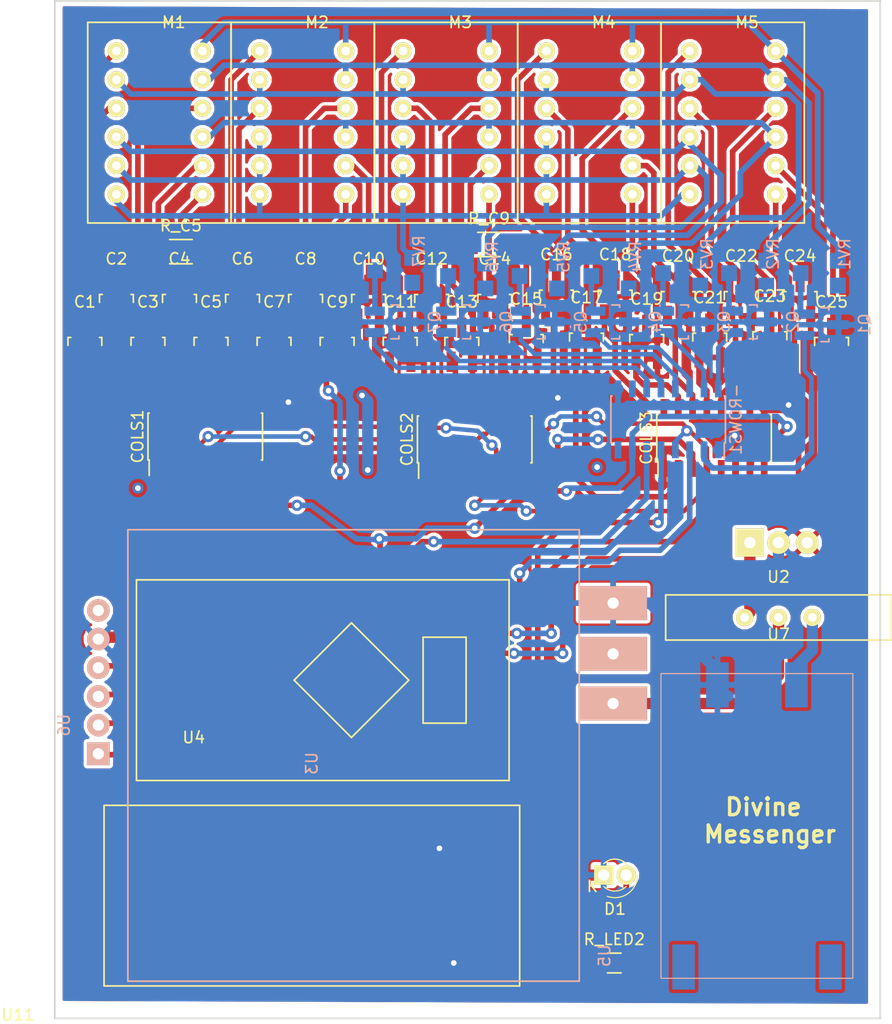
<source format=kicad_pcb>
(kicad_pcb (version 4) (host pcbnew 4.0.2+dfsg1-stable)
  (layers (0 F.Cu signal) (31 B.Cu signal) (34 B.Paste user) (35 F.Paste user) (36 B.SilkS user) (37 F.SilkS user) (38 B.Mask user) (39 F.Mask user) (44 Edge.Cuts user))
  (net 0 "")
  (net 1 5V)
  (net 2 C21)
  (net 3 COL21)
  (net 4 C11)
  (net 5 COL11)
  (net 6 C1)
  (net 7 C16)
  (net 8 COL16)
  (net 9 GND)
  (net 10 C6)
  (net 11 COL6)
  (net 12 C22)
  (net 13 COL22)
  (net 14 C12)
  (net 15 COL12)
  (net 16 ROW2)
  (net 17 C2)
  (net 18 COL2)
  (net 19 C17)
  (net 20 COL17)
  (net 21 C7)
  (net 22 COL7)
  (net 23 C23)
  (net 24 COL23)
  (net 25 C13)
  (net 26 COL13)
  (net 27 C3)
  (net 28 COL3)
  (net 29 C18)
  (net 30 COL18)
  (net 31 ROW3)
  (net 32 C8)
  (net 33 COL8)
  (net 34 C24)
  (net 35 COL24)
  (net 36 C4)
  (net 37 COL4)
  (net 38 C14)
  (net 39 COL14)
  (net 40 ROW4)
  (net 41 C19)
  (net 42 COL19)
  (net 43 C9)
  (net 44 COL9)
  (net 45 ROW5)
  (net 46 C5)
  (net 47 COL5)
  (net 48 C15)
  (net 49 COL15)
  (net 50 C20)
  (net 51 COL20)
  (net 52 C10)
  (net 53 COL10)
  (net 54 ROW6)
  (net 55 ROW7)
  (net 56 R1)
  (net 57 R2)
  (net 58 R3)
  (net 59 R4)
  (net 60 R5)
  (net 61 R6)
  (net 62 R7)
  (net 63 BTOUT)
  (net 64 BTIN)
  (net 65 OE)
  (net 66 COL1)
  (net 67 RST)
  (net 68 ColIn)
  (net 69 ColClk)
  (net 70 RowLClk)
  (net 71 RowIn)
  (net 72 RowSClk)
  (net 73 BT_CON)
  (net 74 "Net-(M1-Pad8)")
  (net 75 "Net-(M3-Pad8)")
  (net 76 COL25)
  (net 77 "Net-(COLS1-Pad8)")
  (net 78 "Net-(COLS2-Pad8)")
  (net 79 C25)
  (net 80 "Net-(U4-Pad31)")
  (net 81 "Net-(U4-Pad32)")
  (net 82 "Net-(U4-Pad3)")
  (net 83 "Net-(D1-Pad2)")
  (net 84 BAT+OUT)
  (net 85 "Net-(U3-Pad1)")
  (net 86 BAT+IN)
  (net 87 "Net-(U4-Pad30)")
  (net 88 "Net-(Q1-Pad3)")
  (net 89 "Net-(Q2-Pad3)")
  (net 90 "Net-(Q3-Pad3)")
  (net 91 "Net-(Q4-Pad3)")
  (net 92 "Net-(Q5-Pad3)")
  (net 93 "Net-(Q6-Pad3)")
  (module MyProMini:ProMiniSMDNoWeirdAndRxTxPinsLongPads (layer F.Cu) (at 127.508 119.888)
    (fp_text reference U4 (at 1.27 -2.54) (layer F.SilkS))
    (fp_text value ArProMin)
    (pad 5 smd oval (at 10.16 0) (size 1.8 4) (drill (offset 0 1)) (layers F.Cu F.Paste F.Mask) (net 35 COL24))
    (pad 6 smd oval (at 12.7 0) (size 1.8 4) (drill (offset 0 1)) (layers F.Cu F.Paste F.Mask))
    (pad 7 smd oval (at 15.24 0) (size 1.8 4) (drill (offset 0 1)) (layers F.Cu F.Paste F.Mask) (net 76 COL25))
    (pad 8 smd oval (at 17.78 0) (size 1.8 4) (drill (offset 0 1)) (layers F.Cu F.Paste F.Mask) (net 64 BTIN))
    (pad 9 smd oval (at 20.32 0) (size 1.8 4) (drill (offset 0 1)) (layers F.Cu F.Paste F.Mask) (net 63 BTOUT))
    (pad 10 smd oval (at 22.86 0) (size 1.8 4) (drill (offset 0 1)) (layers F.Cu F.Paste F.Mask) (net 73 BT_CON))
    (pad 11 smd oval (at 25.4 0) (size 1.8 4) (drill (offset 0 1)) (layers F.Cu F.Paste F.Mask))
    (pad 12 smd oval (at 27.94 0) (size 1.8 4) (drill (offset 0 1)) (layers F.Cu F.Paste F.Mask) (net 70 RowLClk))
    (pad 16 smd oval (at 27.94 -15.24) (size 1.8 4) (drill (offset 0 -1)) (layers F.Cu F.Paste F.Mask))
    (pad 17 smd oval (at 25.4 -15.24) (size 1.8 4) (drill (offset 0 -1)) (layers F.Cu F.Paste F.Mask) (net 71 RowIn))
    (pad 18 smd oval (at 22.86 -15.24) (size 1.8 4) (drill (offset 0 -1)) (layers F.Cu F.Paste F.Mask))
    (pad 19 smd oval (at 20.32 -15.24) (size 1.8 4) (drill (offset 0 -1)) (layers F.Cu F.Paste F.Mask) (net 72 RowSClk))
    (pad 20 smd oval (at 17.78 -15.24) (size 1.8 4) (drill (offset 0 -1)) (layers F.Cu F.Paste F.Mask) (net 67 RST))
    (pad 21 smd oval (at 15.24 -15.24) (size 1.8 4) (drill (offset 0 -1)) (layers F.Cu F.Paste F.Mask) (net 69 ColClk))
    (pad 22 smd oval (at 12.7 -15.24) (size 1.8 4) (drill (offset 0 -1)) (layers F.Cu F.Paste F.Mask) (net 65 OE))
    (pad 23 smd oval (at 10.16 -15.24) (size 1.8 4) (drill (offset 0 -1)) (layers F.Cu F.Paste F.Mask) (net 68 ColIn))
    (pad 24 smd oval (at 7.62 -15.24) (size 1.8 4) (drill (offset 0 -1)) (layers F.Cu F.Paste F.Mask) (net 1 5V))
    (pad 25 smd oval (at 5.08 -15.24) (size 1.8 4) (drill (offset 0 -1)) (layers F.Cu F.Paste F.Mask))
    (pad 26 smd oval (at 2.54 -15.24) (size 1.8 4) (drill (offset 0 -1)) (layers F.Cu F.Paste F.Mask) (net 9 GND))
    (pad 27 smd oval (at 0 -15.24) (size 1.8 4) (drill (offset 0 -1)) (layers F.Cu F.Paste F.Mask))
    (pad 28 smd oval (at -2.54 -13.97 90) (size 1.8 4) (drill (offset 0 -1)) (layers F.Cu F.Paste F.Mask) (net 9 GND))
    (pad 29 smd oval (at -2.54 -11.43 90) (size 1.8 4) (drill (offset 0 -1)) (layers F.Cu F.Paste F.Mask) (net 9 GND))
    (pad 30 smd oval (at -2.54 -8.89 90) (size 1.8 4) (drill (offset 0 -1)) (layers F.Cu F.Paste F.Mask) (net 87 "Net-(U4-Pad30)"))
    (pad 31 smd oval (at -2.54 -6.35 90) (size 1.8 4) (drill (offset 0 -1)) (layers F.Cu F.Paste F.Mask) (net 80 "Net-(U4-Pad31)"))
    (pad 32 smd oval (at -2.54 -3.81 90) (size 1.8 4) (drill (offset 0 -1)) (layers F.Cu F.Paste F.Mask) (net 81 "Net-(U4-Pad32)"))
    (pad 33 smd oval (at -2.54 -1.27 90) (size 1.8 4) (drill (offset 0 -1)) (layers F.Cu F.Paste F.Mask) (net 82 "Net-(U4-Pad3)"))
  )
  (module Slide-Switch:Slide-Switch (layer F.Cu) (at 180.594 108.712 180)
    (fp_text reference U7 (at 0 0.5 180) (layer F.SilkS))
    (fp_text value Slide-Switch)
    (pad 1 thru_hole circle (at -3 2 180) (size 1.524 1.524) (drill 0.762) (layers *.Cu *.Mask F.SilkS) (net 86 BAT+IN))
    (pad 2 thru_hole circle (at 0 2 180) (size 1.524 1.524) (drill 0.762) (layers *.Cu *.Mask F.SilkS) (net 85 "Net-(U3-Pad1)"))
    (pad 3 thru_hole circle (at 3 2 180) (size 1.524 1.524) (drill 0.762) (layers *.Cu *.Mask F.SilkS) (net 84 BAT+OUT))
  )
  (module NonRetardedHeader:NonRetardHeader1x3 (layer F.Cu) (at 180.594 102.616)
    (fp_text reference U2 (at 0 0.5) (layer F.SilkS))
    (fp_text value DC-DC-3PIN)
    (pad 1 thru_hole rect (at -2.54 -2.54) (size 2.5 2.5) (drill 1) (layers *.Cu *.Mask F.SilkS) (net 84 BAT+OUT))
    (pad 2 thru_hole circle (at 0 -2.54) (size 2 2) (drill 1) (layers *.Cu *.Mask F.SilkS) (net 9 GND))
    (pad 3 thru_hole circle (at 2.54 -2.54) (size 2 2) (drill 1) (layers *.Cu *.Mask F.SilkS) (net 1 5V))
  )
  (module 757-5x7Matrix:757-5x7Matrix (layer F.Cu) (at 132.08 53.975)
    (fp_text reference M2 (at 7.62 0) (layer F.SilkS))
    (fp_text value 757AS_5x7Matrix)
    (pad 1 thru_hole circle (at 2.54 2.54) (size 1.524 1.524) (drill 0.762) (layers *.Cu *.Mask F.SilkS) (net 10 C6))
    (pad 2 thru_hole circle (at 2.54 5.08) (size 1.524 1.524) (drill 0.762) (layers *.Cu *.Mask F.SilkS) (net 58 R3))
    (pad 3 thru_hole circle (at 2.54 7.62) (size 1.524 1.524) (drill 0.762) (layers *.Cu *.Mask F.SilkS) (net 21 C7))
    (pad 4 thru_hole circle (at 2.54 10.16) (size 1.524 1.524) (drill 0.762) (layers *.Cu *.Mask F.SilkS) (net 60 R5))
    (pad 5 thru_hole circle (at 2.54 12.7) (size 1.524 1.524) (drill 0.762) (layers *.Cu *.Mask F.SilkS) (net 61 R6))
    (pad 6 thru_hole circle (at 2.54 15.24) (size 1.524 1.524) (drill 0.762) (layers *.Cu *.Mask F.SilkS) (net 62 R7))
    (pad 7 thru_hole circle (at 10.16 15.24) (size 1.524 1.524) (drill 0.762) (layers *.Cu *.Mask F.SilkS) (net 43 C9))
    (pad 8 thru_hole circle (at 10.16 12.7) (size 1.524 1.524) (drill 0.762) (layers *.Cu *.Mask F.SilkS) (net 52 C10))
    (pad 9 thru_hole circle (at 10.16 10.16) (size 1.524 1.524) (drill 0.762) (layers *.Cu *.Mask F.SilkS) (net 59 R4))
    (pad 10 thru_hole circle (at 10.16 7.62) (size 1.524 1.524) (drill 0.762) (layers *.Cu *.Mask F.SilkS) (net 32 C8))
    (pad 11 thru_hole circle (at 10.16 5.08) (size 1.524 1.524) (drill 0.762) (layers *.Cu *.Mask F.SilkS) (net 57 R2))
    (pad 12 thru_hole circle (at 10.16 2.54) (size 1.524 1.524) (drill 0.762) (layers *.Cu *.Mask F.SilkS) (net 56 R1))
  )
  (module 757-5x7Matrix:757-5x7Matrix (layer F.Cu) (at 119.38 53.975)
    (fp_text reference M1 (at 7.62 0) (layer F.SilkS))
    (fp_text value 757AS_5x7Matrix)
    (pad 1 thru_hole circle (at 2.54 2.54) (size 1.524 1.524) (drill 0.762) (layers *.Cu *.Mask F.SilkS) (net 6 C1))
    (pad 2 thru_hole circle (at 2.54 5.08) (size 1.524 1.524) (drill 0.762) (layers *.Cu *.Mask F.SilkS) (net 58 R3))
    (pad 3 thru_hole circle (at 2.54 7.62) (size 1.524 1.524) (drill 0.762) (layers *.Cu *.Mask F.SilkS) (net 17 C2))
    (pad 4 thru_hole circle (at 2.54 10.16) (size 1.524 1.524) (drill 0.762) (layers *.Cu *.Mask F.SilkS) (net 60 R5))
    (pad 5 thru_hole circle (at 2.54 12.7) (size 1.524 1.524) (drill 0.762) (layers *.Cu *.Mask F.SilkS) (net 61 R6))
    (pad 6 thru_hole circle (at 2.54 15.24) (size 1.524 1.524) (drill 0.762) (layers *.Cu *.Mask F.SilkS) (net 62 R7))
    (pad 7 thru_hole circle (at 10.16 15.24) (size 1.524 1.524) (drill 0.762) (layers *.Cu *.Mask F.SilkS) (net 36 C4))
    (pad 8 thru_hole circle (at 10.16 12.7) (size 1.524 1.524) (drill 0.762) (layers *.Cu *.Mask F.SilkS) (net 74 "Net-(M1-Pad8)"))
    (pad 9 thru_hole circle (at 10.16 10.16) (size 1.524 1.524) (drill 0.762) (layers *.Cu *.Mask F.SilkS) (net 59 R4))
    (pad 10 thru_hole circle (at 10.16 7.62) (size 1.524 1.524) (drill 0.762) (layers *.Cu *.Mask F.SilkS) (net 27 C3))
    (pad 11 thru_hole circle (at 10.16 5.08) (size 1.524 1.524) (drill 0.762) (layers *.Cu *.Mask F.SilkS) (net 57 R2))
    (pad 12 thru_hole circle (at 10.16 2.54) (size 1.524 1.524) (drill 0.762) (layers *.Cu *.Mask F.SilkS) (net 56 R1))
  )
  (module TO_SOT_Packages_SMD:SOT-23_Handsoldering (layer F.Cu) (at 177.292 78.486)
    (fp_text reference C22 (at 0 -3.81) (layer F.SilkS))
    (fp_text value Q_PMOS_GDS)
    (pad 1 smd rect (at -0.95 1.50114) (size 0.8001 1.80086) (layers F.Cu F.Paste F.Mask) (net 13 COL22))
    (pad 2 smd rect (at 0.95 1.50114) (size 0.8001 1.80086) (layers F.Cu F.Paste F.Mask) (net 1 5V))
    (pad 3 smd rect (at 0 -1.50114) (size 0.8001 1.80086) (layers F.Cu F.Paste F.Mask) (net 12 C22))
  )
  (module TO_SOT_Packages_SMD:SOT-23_Handsoldering (layer F.Cu) (at 166.116 78.359)
    (fp_text reference C18 (at 0 -3.81) (layer F.SilkS))
    (fp_text value Q_PMOS_GDS)
    (pad 1 smd rect (at -0.95 1.50114) (size 0.8001 1.80086) (layers F.Cu F.Paste F.Mask) (net 30 COL18))
    (pad 2 smd rect (at 0.95 1.50114) (size 0.8001 1.80086) (layers F.Cu F.Paste F.Mask) (net 1 5V))
    (pad 3 smd rect (at 0 -1.50114) (size 0.8001 1.80086) (layers F.Cu F.Paste F.Mask) (net 29 C18))
  )
  (module TO_SOT_Packages_SMD:SOT-23_Handsoldering (layer F.Cu) (at 158.242 82.296)
    (fp_text reference C15 (at 0 -3.81) (layer F.SilkS))
    (fp_text value Q_PMOS_GDS)
    (pad 1 smd rect (at -0.95 1.50114) (size 0.8001 1.80086) (layers F.Cu F.Paste F.Mask) (net 49 COL15))
    (pad 2 smd rect (at 0.95 1.50114) (size 0.8001 1.80086) (layers F.Cu F.Paste F.Mask) (net 1 5V))
    (pad 3 smd rect (at 0 -1.50114) (size 0.8001 1.80086) (layers F.Cu F.Paste F.Mask) (net 48 C15))
  )
  (module Resistors_SMD:R_0805_HandSoldering (layer F.Cu) (at 166.038 137.33)
    (fp_text reference R_LED2 (at 0 -2.1) (layer F.SilkS))
    (fp_text value 220)
    (pad 1 smd rect (at -1.35 0) (size 1.5 1.3) (layers F.Cu F.Paste F.Mask) (net 73 BT_CON))
    (pad 2 smd rect (at 1.35 0) (size 1.5 1.3) (layers F.Cu F.Paste F.Mask) (net 83 "Net-(D1-Pad2)"))
  )
  (module LEDs:LED-3MM (layer F.Cu) (at 165.1 129.54)
    (fp_text reference D1 (at 1 3) (layer F.SilkS))
    (fp_text value Led_Small)
    (fp_text user K (at -1 1) (layer F.SilkS))
    (pad 1 thru_hole rect (at 0 0 90) (size 1.7 1.7) (drill 1) (layers *.Cu *.Mask F.SilkS) (net 9 GND))
    (pad 2 thru_hole circle (at 2 0) (size 1.7 1.7) (drill 1) (layers *.Cu *.Mask F.SilkS) (net 83 "Net-(D1-Pad2)"))
  )
  (module NonRetardedHeader:NonRetardHeader1x6 (layer B.Cu) (at 117.778 116.248 90)
    (fp_text reference U6 (at 0 -0.5 90) (layer B.SilkS) (effects (justify mirror)))
    (fp_text value NonRetardHeader)
    (pad 1 thru_hole rect (at -2.54 2.54 90) (size 2 2) (drill 1) (layers *.Cu *.Mask B.SilkS) (net 82 "Net-(U4-Pad3)"))
    (pad 2 thru_hole circle (at 0 2.54 90) (size 2 2) (drill 1) (layers *.Cu *.Mask B.SilkS) (net 81 "Net-(U4-Pad32)"))
    (pad 3 thru_hole circle (at 2.54 2.54 90) (size 2 2) (drill 1) (layers *.Cu *.Mask B.SilkS) (net 80 "Net-(U4-Pad31)"))
    (pad 4 thru_hole circle (at 5.08 2.54 90) (size 2 2) (drill 1) (layers *.Cu *.Mask B.SilkS) (net 87 "Net-(U4-Pad30)"))
    (pad 5 thru_hole circle (at 7.62 2.54 90) (size 2 2) (drill 1) (layers *.Cu *.Mask B.SilkS) (net 9 GND))
    (pad 6 thru_hole circle (at 10.16 2.54 90) (size 2 2) (drill 1) (layers *.Cu *.Mask B.SilkS))
  )
  (module Housings_SOIC:SOIC-16_3.9x9.9mm_Pitch1.27mm (layer F.Cu) (at 174.879 90.805 90)
    (fp_text reference COLS3 (at 0 -6 90) (layer F.SilkS))
    (fp_text value 74HC595-F)
    (pad 1 smd rect (at -2.7 -4.445 90) (size 1.5 0.6) (layers F.Cu F.Paste F.Mask) (net 1 5V))
    (pad 2 smd rect (at -2.7 -3.175 90) (size 1.5 0.6) (layers F.Cu F.Paste F.Mask) (net 20 COL17))
    (pad 3 smd rect (at -2.7 -1.905 90) (size 1.5 0.6) (layers F.Cu F.Paste F.Mask) (net 78 "Net-(COLS2-Pad8)"))
    (pad 4 smd rect (at -2.7 -0.635 90) (size 1.5 0.6) (layers F.Cu F.Paste F.Mask) (net 65 OE))
    (pad 5 smd rect (at -2.7 0.635 90) (size 1.5 0.6) (layers F.Cu F.Paste F.Mask) (net 69 ColClk))
    (pad 6 smd rect (at -2.7 1.905 90) (size 1.5 0.6) (layers F.Cu F.Paste F.Mask) (net 69 ColClk))
    (pad 7 smd rect (at -2.7 3.175 90) (size 1.5 0.6) (layers F.Cu F.Paste F.Mask) (net 67 RST))
    (pad 8 smd rect (at -2.7 4.445 90) (size 1.5 0.6) (layers F.Cu F.Paste F.Mask))
    (pad 9 smd rect (at 2.7 4.445 90) (size 1.5 0.6) (layers F.Cu F.Paste F.Mask) (net 9 GND))
    (pad 10 smd rect (at 2.7 3.175 90) (size 1.5 0.6) (layers F.Cu F.Paste F.Mask) (net 35 COL24))
    (pad 11 smd rect (at 2.7 1.905 90) (size 1.5 0.6) (layers F.Cu F.Paste F.Mask) (net 24 COL23))
    (pad 12 smd rect (at 2.7 0.635 90) (size 1.5 0.6) (layers F.Cu F.Paste F.Mask) (net 13 COL22))
    (pad 13 smd rect (at 2.7 -0.635 90) (size 1.5 0.6) (layers F.Cu F.Paste F.Mask) (net 3 COL21))
    (pad 14 smd rect (at 2.7 -1.905 90) (size 1.5 0.6) (layers F.Cu F.Paste F.Mask) (net 51 COL20))
    (pad 15 smd rect (at 2.7 -3.175 90) (size 1.5 0.6) (layers F.Cu F.Paste F.Mask) (net 42 COL19))
    (pad 16 smd rect (at 2.7 -4.445 90) (size 1.5 0.6) (layers F.Cu F.Paste F.Mask) (net 30 COL18))
  )
  (module Housings_SOIC:SOIC-16_3.9x9.9mm_Pitch1.27mm (layer F.Cu) (at 153.67 90.932 90)
    (fp_text reference COLS2 (at 0 -6 90) (layer F.SilkS))
    (fp_text value 74HC595-F)
    (pad 1 smd rect (at -2.7 -4.445 90) (size 1.5 0.6) (layers F.Cu F.Paste F.Mask) (net 1 5V))
    (pad 2 smd rect (at -2.7 -3.175 90) (size 1.5 0.6) (layers F.Cu F.Paste F.Mask) (net 44 COL9))
    (pad 3 smd rect (at -2.7 -1.905 90) (size 1.5 0.6) (layers F.Cu F.Paste F.Mask) (net 77 "Net-(COLS1-Pad8)"))
    (pad 4 smd rect (at -2.7 -0.635 90) (size 1.5 0.6) (layers F.Cu F.Paste F.Mask) (net 65 OE))
    (pad 5 smd rect (at -2.7 0.635 90) (size 1.5 0.6) (layers F.Cu F.Paste F.Mask) (net 69 ColClk))
    (pad 6 smd rect (at -2.7 1.905 90) (size 1.5 0.6) (layers F.Cu F.Paste F.Mask) (net 69 ColClk))
    (pad 7 smd rect (at -2.7 3.175 90) (size 1.5 0.6) (layers F.Cu F.Paste F.Mask) (net 67 RST))
    (pad 8 smd rect (at -2.7 4.445 90) (size 1.5 0.6) (layers F.Cu F.Paste F.Mask) (net 78 "Net-(COLS2-Pad8)"))
    (pad 9 smd rect (at 2.7 4.445 90) (size 1.5 0.6) (layers F.Cu F.Paste F.Mask) (net 9 GND))
    (pad 10 smd rect (at 2.7 3.175 90) (size 1.5 0.6) (layers F.Cu F.Paste F.Mask) (net 8 COL16))
    (pad 11 smd rect (at 2.7 1.905 90) (size 1.5 0.6) (layers F.Cu F.Paste F.Mask) (net 49 COL15))
    (pad 12 smd rect (at 2.7 0.635 90) (size 1.5 0.6) (layers F.Cu F.Paste F.Mask) (net 39 COL14))
    (pad 13 smd rect (at 2.7 -0.635 90) (size 1.5 0.6) (layers F.Cu F.Paste F.Mask) (net 26 COL13))
    (pad 14 smd rect (at 2.7 -1.905 90) (size 1.5 0.6) (layers F.Cu F.Paste F.Mask) (net 15 COL12))
    (pad 15 smd rect (at 2.7 -3.175 90) (size 1.5 0.6) (layers F.Cu F.Paste F.Mask) (net 5 COL11))
    (pad 16 smd rect (at 2.7 -4.445 90) (size 1.5 0.6) (layers F.Cu F.Paste F.Mask) (net 53 COL10))
  )
  (module Housings_SOIC:SOIC-16_3.9x9.9mm_Pitch1.27mm (layer F.Cu) (at 129.794 90.678 90)
    (fp_text reference COLS1 (at 0 -6 90) (layer F.SilkS))
    (fp_text value 74HC595-F)
    (pad 1 smd rect (at -2.7 -4.445 90) (size 1.5 0.6) (layers F.Cu F.Paste F.Mask) (net 1 5V))
    (pad 2 smd rect (at -2.7 -3.175 90) (size 1.5 0.6) (layers F.Cu F.Paste F.Mask) (net 66 COL1))
    (pad 3 smd rect (at -2.7 -1.905 90) (size 1.5 0.6) (layers F.Cu F.Paste F.Mask) (net 68 ColIn))
    (pad 4 smd rect (at -2.7 -0.635 90) (size 1.5 0.6) (layers F.Cu F.Paste F.Mask) (net 65 OE))
    (pad 5 smd rect (at -2.7 0.635 90) (size 1.5 0.6) (layers F.Cu F.Paste F.Mask) (net 69 ColClk))
    (pad 6 smd rect (at -2.7 1.905 90) (size 1.5 0.6) (layers F.Cu F.Paste F.Mask) (net 69 ColClk))
    (pad 7 smd rect (at -2.7 3.175 90) (size 1.5 0.6) (layers F.Cu F.Paste F.Mask) (net 67 RST))
    (pad 8 smd rect (at -2.7 4.445 90) (size 1.5 0.6) (layers F.Cu F.Paste F.Mask) (net 77 "Net-(COLS1-Pad8)"))
    (pad 9 smd rect (at 2.7 4.445 90) (size 1.5 0.6) (layers F.Cu F.Paste F.Mask) (net 9 GND))
    (pad 10 smd rect (at 2.7 3.175 90) (size 1.5 0.6) (layers F.Cu F.Paste F.Mask) (net 33 COL8))
    (pad 11 smd rect (at 2.7 1.905 90) (size 1.5 0.6) (layers F.Cu F.Paste F.Mask) (net 22 COL7))
    (pad 12 smd rect (at 2.7 0.635 90) (size 1.5 0.6) (layers F.Cu F.Paste F.Mask) (net 11 COL6))
    (pad 13 smd rect (at 2.7 -0.635 90) (size 1.5 0.6) (layers F.Cu F.Paste F.Mask) (net 47 COL5))
    (pad 14 smd rect (at 2.7 -1.905 90) (size 1.5 0.6) (layers F.Cu F.Paste F.Mask) (net 37 COL4))
    (pad 15 smd rect (at 2.7 -3.175 90) (size 1.5 0.6) (layers F.Cu F.Paste F.Mask) (net 28 COL3))
    (pad 16 smd rect (at 2.7 -4.445 90) (size 1.5 0.6) (layers F.Cu F.Paste F.Mask) (net 18 COL2))
  )
  (module Housings_SOIC:SOIC-16_3.9x9.9mm_Pitch1.27mm (layer B.Cu) (at 170.815 89.154 90)
    (fp_text reference -ROWS1 (at 0 6 90) (layer B.SilkS) (effects (justify mirror)))
    (fp_text value 74HC595-F)
    (pad 1 smd rect (at -2.7 4.445 90) (size 1.5 0.6) (layers B.Cu B.Paste B.Mask) (net 1 5V))
    (pad 2 smd rect (at -2.7 3.175 90) (size 1.5 0.6) (layers B.Cu B.Paste B.Mask))
    (pad 3 smd rect (at -2.7 1.905 90) (size 1.5 0.6) (layers B.Cu B.Paste B.Mask) (net 71 RowIn))
    (pad 4 smd rect (at -2.7 0.635 90) (size 1.5 0.6) (layers B.Cu B.Paste B.Mask) (net 65 OE))
    (pad 5 smd rect (at -2.7 -0.635 90) (size 1.5 0.6) (layers B.Cu B.Paste B.Mask) (net 70 RowLClk))
    (pad 6 smd rect (at -2.7 -1.905 90) (size 1.5 0.6) (layers B.Cu B.Paste B.Mask) (net 72 RowSClk))
    (pad 7 smd rect (at -2.7 -3.175 90) (size 1.5 0.6) (layers B.Cu B.Paste B.Mask) (net 67 RST))
    (pad 8 smd rect (at -2.7 -4.445 90) (size 1.5 0.6) (layers B.Cu B.Paste B.Mask))
    (pad 9 smd rect (at 2.7 -4.445 90) (size 1.5 0.6) (layers B.Cu B.Paste B.Mask) (net 9 GND))
    (pad 10 smd rect (at 2.7 -3.175 90) (size 1.5 0.6) (layers B.Cu B.Paste B.Mask))
    (pad 11 smd rect (at 2.7 -1.905 90) (size 1.5 0.6) (layers B.Cu B.Paste B.Mask) (net 55 ROW7))
    (pad 12 smd rect (at 2.7 -0.635 90) (size 1.5 0.6) (layers B.Cu B.Paste B.Mask) (net 54 ROW6))
    (pad 13 smd rect (at 2.7 0.635 90) (size 1.5 0.6) (layers B.Cu B.Paste B.Mask) (net 45 ROW5))
    (pad 14 smd rect (at 2.7 1.905 90) (size 1.5 0.6) (layers B.Cu B.Paste B.Mask) (net 40 ROW4))
    (pad 15 smd rect (at 2.7 3.175 90) (size 1.5 0.6) (layers B.Cu B.Paste B.Mask) (net 31 ROW3))
    (pad 16 smd rect (at 2.7 4.445 90) (size 1.5 0.6) (layers B.Cu B.Paste B.Mask) (net 16 ROW2))
  )
  (module TO_SOT_Packages_SMD:SOT-23_Handsoldering (layer F.Cu) (at 185.293 82.55)
    (fp_text reference C25 (at 0 -3.81) (layer F.SilkS))
    (fp_text value Q_PMOS_GDS)
    (pad 1 smd rect (at -0.95 1.50114) (size 0.8001 1.80086) (layers F.Cu F.Paste F.Mask) (net 76 COL25))
    (pad 2 smd rect (at 0.95 1.50114) (size 0.8001 1.80086) (layers F.Cu F.Paste F.Mask) (net 1 5V))
    (pad 3 smd rect (at 0 -1.50114) (size 0.8001 1.80086) (layers F.Cu F.Paste F.Mask) (net 79 C25))
  )
  (module TO_SOT_Packages_SMD:SOT-23_Handsoldering (layer F.Cu) (at 119.126 82.55)
    (fp_text reference C1 (at 0 -3.81) (layer F.SilkS))
    (fp_text value Q_PMOS_GDS)
    (pad 1 smd rect (at -0.95 1.50114) (size 0.8001 1.80086) (layers F.Cu F.Paste F.Mask) (net 66 COL1))
    (pad 2 smd rect (at 0.95 1.50114) (size 0.8001 1.80086) (layers F.Cu F.Paste F.Mask) (net 1 5V))
    (pad 3 smd rect (at 0 -1.50114) (size 0.8001 1.80086) (layers F.Cu F.Paste F.Mask) (net 6 C1))
  )
  (module TO_SOT_Packages_SMD:SOT-23_Handsoldering (layer F.Cu) (at 182.499 78.486)
    (fp_text reference C24 (at 0 -3.81) (layer F.SilkS))
    (fp_text value Q_PMOS_GDS)
    (pad 1 smd rect (at -0.95 1.50114) (size 0.8001 1.80086) (layers F.Cu F.Paste F.Mask) (net 35 COL24))
    (pad 2 smd rect (at 0.95 1.50114) (size 0.8001 1.80086) (layers F.Cu F.Paste F.Mask) (net 1 5V))
    (pad 3 smd rect (at 0 -1.50114) (size 0.8001 1.80086) (layers F.Cu F.Paste F.Mask) (net 34 C24))
  )
  (module TO_SOT_Packages_SMD:SOT-23_Handsoldering (layer F.Cu) (at 179.832 82.042)
    (fp_text reference C23 (at 0 -3.81) (layer F.SilkS))
    (fp_text value Q_PMOS_GDS)
    (pad 1 smd rect (at -0.95 1.50114) (size 0.8001 1.80086) (layers F.Cu F.Paste F.Mask) (net 24 COL23))
    (pad 2 smd rect (at 0.95 1.50114) (size 0.8001 1.80086) (layers F.Cu F.Paste F.Mask) (net 1 5V))
    (pad 3 smd rect (at 0 -1.50114) (size 0.8001 1.80086) (layers F.Cu F.Paste F.Mask) (net 23 C23))
  )
  (module TO_SOT_Packages_SMD:SOT-23_Handsoldering (layer F.Cu) (at 163.576 82.169)
    (fp_text reference C17 (at 0 -3.81) (layer F.SilkS))
    (fp_text value Q_PMOS_GDS)
    (pad 1 smd rect (at -0.95 1.50114) (size 0.8001 1.80086) (layers F.Cu F.Paste F.Mask) (net 20 COL17))
    (pad 2 smd rect (at 0.95 1.50114) (size 0.8001 1.80086) (layers F.Cu F.Paste F.Mask) (net 1 5V))
    (pad 3 smd rect (at 0 -1.50114) (size 0.8001 1.80086) (layers F.Cu F.Paste F.Mask) (net 19 C17))
  )
  (module TO_SOT_Packages_SMD:SOT-23_Handsoldering (layer F.Cu) (at 155.448 78.74)
    (fp_text reference C14 (at 0 -3.81) (layer F.SilkS))
    (fp_text value Q_PMOS_GDS)
    (pad 1 smd rect (at -0.95 1.50114) (size 0.8001 1.80086) (layers F.Cu F.Paste F.Mask) (net 39 COL14))
    (pad 2 smd rect (at 0.95 1.50114) (size 0.8001 1.80086) (layers F.Cu F.Paste F.Mask) (net 1 5V))
    (pad 3 smd rect (at 0 -1.50114) (size 0.8001 1.80086) (layers F.Cu F.Paste F.Mask) (net 38 C14))
  )
  (module TO_SOT_Packages_SMD:SOT-23_Handsoldering (layer F.Cu) (at 152.527 82.55)
    (fp_text reference C13 (at 0 -3.81) (layer F.SilkS))
    (fp_text value Q_PMOS_GDS)
    (pad 1 smd rect (at -0.95 1.50114) (size 0.8001 1.80086) (layers F.Cu F.Paste F.Mask) (net 26 COL13))
    (pad 2 smd rect (at 0.95 1.50114) (size 0.8001 1.80086) (layers F.Cu F.Paste F.Mask) (net 1 5V))
    (pad 3 smd rect (at 0 -1.50114) (size 0.8001 1.80086) (layers F.Cu F.Paste F.Mask) (net 25 C13))
  )
  (module TO_SOT_Packages_SMD:SOT-23_Handsoldering (layer F.Cu) (at 149.86 78.74)
    (fp_text reference C12 (at 0 -3.81) (layer F.SilkS))
    (fp_text value Q_PMOS_GDS)
    (pad 1 smd rect (at -0.95 1.50114) (size 0.8001 1.80086) (layers F.Cu F.Paste F.Mask) (net 15 COL12))
    (pad 2 smd rect (at 0.95 1.50114) (size 0.8001 1.80086) (layers F.Cu F.Paste F.Mask) (net 1 5V))
    (pad 3 smd rect (at 0 -1.50114) (size 0.8001 1.80086) (layers F.Cu F.Paste F.Mask) (net 14 C12))
  )
  (module TO_SOT_Packages_SMD:SOT-23_Handsoldering (layer F.Cu) (at 147.066 82.55)
    (fp_text reference C11 (at 0 -3.81) (layer F.SilkS))
    (fp_text value Q_PMOS_GDS)
    (pad 1 smd rect (at -0.95 1.50114) (size 0.8001 1.80086) (layers F.Cu F.Paste F.Mask) (net 5 COL11))
    (pad 2 smd rect (at 0.95 1.50114) (size 0.8001 1.80086) (layers F.Cu F.Paste F.Mask) (net 1 5V))
    (pad 3 smd rect (at 0 -1.50114) (size 0.8001 1.80086) (layers F.Cu F.Paste F.Mask) (net 4 C11))
  )
  (module TO_SOT_Packages_SMD:SOT-23_Handsoldering (layer F.Cu) (at 144.272 78.74)
    (fp_text reference C10 (at 0 -3.81) (layer F.SilkS))
    (fp_text value Q_PMOS_GDS)
    (pad 1 smd rect (at -0.95 1.50114) (size 0.8001 1.80086) (layers F.Cu F.Paste F.Mask) (net 53 COL10))
    (pad 2 smd rect (at 0.95 1.50114) (size 0.8001 1.80086) (layers F.Cu F.Paste F.Mask) (net 1 5V))
    (pad 3 smd rect (at 0 -1.50114) (size 0.8001 1.80086) (layers F.Cu F.Paste F.Mask) (net 52 C10))
  )
  (module TO_SOT_Packages_SMD:SOT-23_Handsoldering (layer F.Cu) (at 141.478 82.55)
    (fp_text reference C9 (at 0 -3.81) (layer F.SilkS))
    (fp_text value Q_PMOS_GDS)
    (pad 1 smd rect (at -0.95 1.50114) (size 0.8001 1.80086) (layers F.Cu F.Paste F.Mask) (net 44 COL9))
    (pad 2 smd rect (at 0.95 1.50114) (size 0.8001 1.80086) (layers F.Cu F.Paste F.Mask) (net 1 5V))
    (pad 3 smd rect (at 0 -1.50114) (size 0.8001 1.80086) (layers F.Cu F.Paste F.Mask) (net 43 C9))
  )
  (module TO_SOT_Packages_SMD:SOT-23_Handsoldering (layer F.Cu) (at 138.684 78.74)
    (fp_text reference C8 (at 0 -3.81) (layer F.SilkS))
    (fp_text value Q_PMOS_GDS)
    (pad 1 smd rect (at -0.95 1.50114) (size 0.8001 1.80086) (layers F.Cu F.Paste F.Mask) (net 33 COL8))
    (pad 2 smd rect (at 0.95 1.50114) (size 0.8001 1.80086) (layers F.Cu F.Paste F.Mask) (net 1 5V))
    (pad 3 smd rect (at 0 -1.50114) (size 0.8001 1.80086) (layers F.Cu F.Paste F.Mask) (net 32 C8))
  )
  (module TO_SOT_Packages_SMD:SOT-23_Handsoldering (layer F.Cu) (at 135.89 82.55)
    (fp_text reference C7 (at 0 -3.81) (layer F.SilkS))
    (fp_text value Q_PMOS_GDS)
    (pad 1 smd rect (at -0.95 1.50114) (size 0.8001 1.80086) (layers F.Cu F.Paste F.Mask) (net 22 COL7))
    (pad 2 smd rect (at 0.95 1.50114) (size 0.8001 1.80086) (layers F.Cu F.Paste F.Mask) (net 1 5V))
    (pad 3 smd rect (at 0 -1.50114) (size 0.8001 1.80086) (layers F.Cu F.Paste F.Mask) (net 21 C7))
  )
  (module TO_SOT_Packages_SMD:SOT-23_Handsoldering (layer F.Cu) (at 130.302 82.55)
    (fp_text reference C5 (at 0 -3.81) (layer F.SilkS))
    (fp_text value Q_PMOS_GDS)
    (pad 1 smd rect (at -0.95 1.50114) (size 0.8001 1.80086) (layers F.Cu F.Paste F.Mask) (net 47 COL5))
    (pad 2 smd rect (at 0.95 1.50114) (size 0.8001 1.80086) (layers F.Cu F.Paste F.Mask) (net 1 5V))
    (pad 3 smd rect (at 0 -1.50114) (size 0.8001 1.80086) (layers F.Cu F.Paste F.Mask) (net 46 C5))
  )
  (module TO_SOT_Packages_SMD:SOT-23_Handsoldering (layer F.Cu) (at 127.508 78.74)
    (fp_text reference C4 (at 0 -3.81) (layer F.SilkS))
    (fp_text value Q_PMOS_GDS)
    (pad 1 smd rect (at -0.95 1.50114) (size 0.8001 1.80086) (layers F.Cu F.Paste F.Mask) (net 37 COL4))
    (pad 2 smd rect (at 0.95 1.50114) (size 0.8001 1.80086) (layers F.Cu F.Paste F.Mask) (net 1 5V))
    (pad 3 smd rect (at 0 -1.50114) (size 0.8001 1.80086) (layers F.Cu F.Paste F.Mask) (net 36 C4))
  )
  (module TO_SOT_Packages_SMD:SOT-23_Handsoldering (layer F.Cu) (at 124.714 82.55)
    (fp_text reference C3 (at 0 -3.81) (layer F.SilkS))
    (fp_text value Q_PMOS_GDS)
    (pad 1 smd rect (at -0.95 1.50114) (size 0.8001 1.80086) (layers F.Cu F.Paste F.Mask) (net 28 COL3))
    (pad 2 smd rect (at 0.95 1.50114) (size 0.8001 1.80086) (layers F.Cu F.Paste F.Mask) (net 1 5V))
    (pad 3 smd rect (at 0 -1.50114) (size 0.8001 1.80086) (layers F.Cu F.Paste F.Mask) (net 27 C3))
  )
  (module TO_SOT_Packages_SMD:SOT-23_Handsoldering (layer F.Cu) (at 121.92 78.74)
    (fp_text reference C2 (at 0 -3.81) (layer F.SilkS))
    (fp_text value Q_PMOS_GDS)
    (pad 1 smd rect (at -0.95 1.50114) (size 0.8001 1.80086) (layers F.Cu F.Paste F.Mask) (net 18 COL2))
    (pad 2 smd rect (at 0.95 1.50114) (size 0.8001 1.80086) (layers F.Cu F.Paste F.Mask) (net 1 5V))
    (pad 3 smd rect (at 0 -1.50114) (size 0.8001 1.80086) (layers F.Cu F.Paste F.Mask) (net 17 C2))
  )
  (module TO_SOT_Packages_SMD:SOT-23_Handsoldering (layer F.Cu) (at 133.096 78.74)
    (fp_text reference C6 (at 0 -3.81) (layer F.SilkS))
    (fp_text value Q_PMOS_GDS)
    (pad 1 smd rect (at -0.95 1.50114) (size 0.8001 1.80086) (layers F.Cu F.Paste F.Mask) (net 11 COL6))
    (pad 2 smd rect (at 0.95 1.50114) (size 0.8001 1.80086) (layers F.Cu F.Paste F.Mask) (net 1 5V))
    (pad 3 smd rect (at 0 -1.50114) (size 0.8001 1.80086) (layers F.Cu F.Paste F.Mask) (net 10 C6))
  )
  (module TO_SOT_Packages_SMD:SOT-23_Handsoldering (layer F.Cu) (at 174.498 82.169)
    (fp_text reference C21 (at 0 -3.81) (layer F.SilkS))
    (fp_text value Q_PMOS_GDS)
    (pad 1 smd rect (at -0.95 1.50114) (size 0.8001 1.80086) (layers F.Cu F.Paste F.Mask) (net 3 COL21))
    (pad 2 smd rect (at 0.95 1.50114) (size 0.8001 1.80086) (layers F.Cu F.Paste F.Mask) (net 1 5V))
    (pad 3 smd rect (at 0 -1.50114) (size 0.8001 1.80086) (layers F.Cu F.Paste F.Mask) (net 2 C21))
  )
  (module TO_SOT_Packages_SMD:SOT-23_Handsoldering (layer F.Cu) (at 171.704 78.486)
    (fp_text reference C20 (at 0 -3.81) (layer F.SilkS))
    (fp_text value Q_PMOS_GDS)
    (pad 1 smd rect (at -0.95 1.50114) (size 0.8001 1.80086) (layers F.Cu F.Paste F.Mask) (net 51 COL20))
    (pad 2 smd rect (at 0.95 1.50114) (size 0.8001 1.80086) (layers F.Cu F.Paste F.Mask) (net 1 5V))
    (pad 3 smd rect (at 0 -1.50114) (size 0.8001 1.80086) (layers F.Cu F.Paste F.Mask) (net 50 C20))
  )
  (module 757-5x7Matrix:757-5x7Matrix (layer F.Cu) (at 170.18 53.975)
    (fp_text reference M5 (at 7.62 0) (layer F.SilkS))
    (fp_text value 757AS_5x7Matrix)
    (pad 1 thru_hole circle (at 2.54 2.54) (size 1.524 1.524) (drill 0.762) (layers *.Cu *.Mask F.SilkS) (net 2 C21))
    (pad 2 thru_hole circle (at 2.54 5.08) (size 1.524 1.524) (drill 0.762) (layers *.Cu *.Mask F.SilkS) (net 58 R3))
    (pad 3 thru_hole circle (at 2.54 7.62) (size 1.524 1.524) (drill 0.762) (layers *.Cu *.Mask F.SilkS) (net 12 C22))
    (pad 4 thru_hole circle (at 2.54 10.16) (size 1.524 1.524) (drill 0.762) (layers *.Cu *.Mask F.SilkS) (net 60 R5))
    (pad 5 thru_hole circle (at 2.54 12.7) (size 1.524 1.524) (drill 0.762) (layers *.Cu *.Mask F.SilkS) (net 61 R6))
    (pad 6 thru_hole circle (at 2.54 15.24) (size 1.524 1.524) (drill 0.762) (layers *.Cu *.Mask F.SilkS) (net 62 R7))
    (pad 7 thru_hole circle (at 10.16 15.24) (size 1.524 1.524) (drill 0.762) (layers *.Cu *.Mask F.SilkS) (net 34 C24))
    (pad 8 thru_hole circle (at 10.16 12.7) (size 1.524 1.524) (drill 0.762) (layers *.Cu *.Mask F.SilkS) (net 79 C25))
    (pad 9 thru_hole circle (at 10.16 10.16) (size 1.524 1.524) (drill 0.762) (layers *.Cu *.Mask F.SilkS) (net 59 R4))
    (pad 10 thru_hole circle (at 10.16 7.62) (size 1.524 1.524) (drill 0.762) (layers *.Cu *.Mask F.SilkS) (net 23 C23))
    (pad 11 thru_hole circle (at 10.16 5.08) (size 1.524 1.524) (drill 0.762) (layers *.Cu *.Mask F.SilkS) (net 57 R2))
    (pad 12 thru_hole circle (at 10.16 2.54) (size 1.524 1.524) (drill 0.762) (layers *.Cu *.Mask F.SilkS) (net 56 R1))
  )
  (module 757-5x7Matrix:757-5x7Matrix (layer F.Cu) (at 144.78 53.975)
    (fp_text reference M3 (at 7.62 0) (layer F.SilkS))
    (fp_text value 757AS_5x7Matrix)
    (pad 1 thru_hole circle (at 2.54 2.54) (size 1.524 1.524) (drill 0.762) (layers *.Cu *.Mask F.SilkS) (net 4 C11))
    (pad 2 thru_hole circle (at 2.54 5.08) (size 1.524 1.524) (drill 0.762) (layers *.Cu *.Mask F.SilkS) (net 58 R3))
    (pad 3 thru_hole circle (at 2.54 7.62) (size 1.524 1.524) (drill 0.762) (layers *.Cu *.Mask F.SilkS) (net 14 C12))
    (pad 4 thru_hole circle (at 2.54 10.16) (size 1.524 1.524) (drill 0.762) (layers *.Cu *.Mask F.SilkS) (net 60 R5))
    (pad 5 thru_hole circle (at 2.54 12.7) (size 1.524 1.524) (drill 0.762) (layers *.Cu *.Mask F.SilkS) (net 61 R6))
    (pad 6 thru_hole circle (at 2.54 15.24) (size 1.524 1.524) (drill 0.762) (layers *.Cu *.Mask F.SilkS) (net 62 R7))
    (pad 7 thru_hole circle (at 10.16 15.24) (size 1.524 1.524) (drill 0.762) (layers *.Cu *.Mask F.SilkS) (net 38 C14))
    (pad 8 thru_hole circle (at 10.16 12.7) (size 1.524 1.524) (drill 0.762) (layers *.Cu *.Mask F.SilkS) (net 75 "Net-(M3-Pad8)"))
    (pad 9 thru_hole circle (at 10.16 10.16) (size 1.524 1.524) (drill 0.762) (layers *.Cu *.Mask F.SilkS) (net 59 R4))
    (pad 10 thru_hole circle (at 10.16 7.62) (size 1.524 1.524) (drill 0.762) (layers *.Cu *.Mask F.SilkS) (net 25 C13))
    (pad 11 thru_hole circle (at 10.16 5.08) (size 1.524 1.524) (drill 0.762) (layers *.Cu *.Mask F.SilkS) (net 57 R2))
    (pad 12 thru_hole circle (at 10.16 2.54) (size 1.524 1.524) (drill 0.762) (layers *.Cu *.Mask F.SilkS) (net 56 R1))
  )
  (module 757-5x7Matrix:757-5x7Matrix (layer F.Cu) (at 157.48 53.975)
    (fp_text reference M4 (at 7.62 0) (layer F.SilkS))
    (fp_text value 757AS_5x7Matrix)
    (pad 1 thru_hole circle (at 2.54 2.54) (size 1.524 1.524) (drill 0.762) (layers *.Cu *.Mask F.SilkS) (net 7 C16))
    (pad 2 thru_hole circle (at 2.54 5.08) (size 1.524 1.524) (drill 0.762) (layers *.Cu *.Mask F.SilkS) (net 58 R3))
    (pad 3 thru_hole circle (at 2.54 7.62) (size 1.524 1.524) (drill 0.762) (layers *.Cu *.Mask F.SilkS) (net 19 C17))
    (pad 4 thru_hole circle (at 2.54 10.16) (size 1.524 1.524) (drill 0.762) (layers *.Cu *.Mask F.SilkS) (net 60 R5))
    (pad 5 thru_hole circle (at 2.54 12.7) (size 1.524 1.524) (drill 0.762) (layers *.Cu *.Mask F.SilkS) (net 61 R6))
    (pad 6 thru_hole circle (at 2.54 15.24) (size 1.524 1.524) (drill 0.762) (layers *.Cu *.Mask F.SilkS) (net 62 R7))
    (pad 7 thru_hole circle (at 10.16 15.24) (size 1.524 1.524) (drill 0.762) (layers *.Cu *.Mask F.SilkS) (net 41 C19))
    (pad 8 thru_hole circle (at 10.16 12.7) (size 1.524 1.524) (drill 0.762) (layers *.Cu *.Mask F.SilkS) (net 50 C20))
    (pad 9 thru_hole circle (at 10.16 10.16) (size 1.524 1.524) (drill 0.762) (layers *.Cu *.Mask F.SilkS) (net 59 R4))
    (pad 10 thru_hole circle (at 10.16 7.62) (size 1.524 1.524) (drill 0.762) (layers *.Cu *.Mask F.SilkS) (net 29 C18))
    (pad 11 thru_hole circle (at 10.16 5.08) (size 1.524 1.524) (drill 0.762) (layers *.Cu *.Mask F.SilkS) (net 57 R2))
    (pad 12 thru_hole circle (at 10.16 2.54) (size 1.524 1.524) (drill 0.762) (layers *.Cu *.Mask F.SilkS) (net 56 R1))
  )
  (module TO_SOT_Packages_SMD:SOT-23_Handsoldering (layer F.Cu) (at 160.909 78.359)
    (fp_text reference C16 (at 0 -3.81) (layer F.SilkS))
    (fp_text value Q_PMOS_GDS)
    (pad 1 smd rect (at -0.95 1.50114) (size 0.8001 1.80086) (layers F.Cu F.Paste F.Mask) (net 8 COL16))
    (pad 2 smd rect (at 0.95 1.50114) (size 0.8001 1.80086) (layers F.Cu F.Paste F.Mask) (net 1 5V))
    (pad 3 smd rect (at 0 -1.50114) (size 0.8001 1.80086) (layers F.Cu F.Paste F.Mask) (net 7 C16))
  )
  (module TO_SOT_Packages_SMD:SOT-23_Handsoldering (layer F.Cu) (at 168.91 82.296)
    (fp_text reference C19 (at 0 -3.81) (layer F.SilkS))
    (fp_text value Q_PMOS_GDS)
    (pad 1 smd rect (at -0.95 1.50114) (size 0.8001 1.80086) (layers F.Cu F.Paste F.Mask) (net 42 COL19))
    (pad 2 smd rect (at 0.95 1.50114) (size 0.8001 1.80086) (layers F.Cu F.Paste F.Mask) (net 1 5V))
    (pad 3 smd rect (at 0 -1.50114) (size 0.8001 1.80086) (layers F.Cu F.Paste F.Mask) (net 41 C19))
  )
  (module Resistors_SMD:R_1206_HandSoldering (layer F.Cu) (at 154.94 73.66)
    (fp_text reference R_C9 (at 0 -2.3) (layer F.SilkS))
    (fp_text value 0)
    (pad 1 smd rect (at -2 0) (size 2 1.7) (layers F.Cu F.Paste F.Mask) (net 75 "Net-(M3-Pad8)"))
    (pad 2 smd rect (at 2 0) (size 2 1.7) (layers F.Cu F.Paste F.Mask) (net 48 C15))
  )
  (module Resistors_SMD:R_1206_HandSoldering (layer F.Cu) (at 127.635 74.295)
    (fp_text reference R_C5 (at 0 -2.3) (layer F.SilkS))
    (fp_text value 0)
    (pad 1 smd rect (at -2 0) (size 2 1.7) (layers F.Cu F.Paste F.Mask) (net 74 "Net-(M1-Pad8)"))
    (pad 2 smd rect (at 2 0) (size 2 1.7) (layers F.Cu F.Paste F.Mask) (net 46 C5))
  )
  (module Trim-SMD:SMD-Trimm (layer B.Cu) (at 184.15 76.2 270)
    (fp_text reference RV1 (at -1.7 -2.3 270) (layer B.SilkS) (effects (justify mirror)))
    (fp_text value POT)
    (pad 1 smd rect (at -1.1 -1.7 270) (size 1.4 1.4) (layers B.Cu B.Paste B.Mask) (net 56 R1))
    (pad 3 smd rect (at 1.1 -1.7 270) (size 1.4 1.4) (layers B.Cu B.Paste B.Mask))
    (pad 2 smd rect (at 0 1.6 270) (size 1.4 1.4) (layers B.Cu B.Paste B.Mask) (net 88 "Net-(Q1-Pad3)"))
  )
  (module Trim-SMD:SMD-Trimm (layer B.Cu) (at 177.8 76.2 270)
    (fp_text reference RV2 (at -1.7 -2.3 270) (layer B.SilkS) (effects (justify mirror)))
    (fp_text value POT)
    (pad 1 smd rect (at -1.1 -1.7 270) (size 1.4 1.4) (layers B.Cu B.Paste B.Mask) (net 57 R2))
    (pad 3 smd rect (at 1.1 -1.7 270) (size 1.4 1.4) (layers B.Cu B.Paste B.Mask))
    (pad 2 smd rect (at 0 1.6 270) (size 1.4 1.4) (layers B.Cu B.Paste B.Mask) (net 89 "Net-(Q2-Pad3)"))
  )
  (module Trim-SMD:SMD-Trimm (layer B.Cu) (at 171.958 76.2 270)
    (fp_text reference RV3 (at -1.7 -2.3 270) (layer B.SilkS) (effects (justify mirror)))
    (fp_text value POT)
    (pad 1 smd rect (at -1.1 -1.7 270) (size 1.4 1.4) (layers B.Cu B.Paste B.Mask) (net 58 R3))
    (pad 3 smd rect (at 1.1 -1.7 270) (size 1.4 1.4) (layers B.Cu B.Paste B.Mask))
    (pad 2 smd rect (at 0 1.6 270) (size 1.4 1.4) (layers B.Cu B.Paste B.Mask) (net 90 "Net-(Q3-Pad3)"))
  )
  (module Trim-SMD:SMD-Trimm (layer B.Cu) (at 165.608 76.454 270)
    (fp_text reference RV4 (at -1.7 -2.3 270) (layer B.SilkS) (effects (justify mirror)))
    (fp_text value POT)
    (pad 1 smd rect (at -1.1 -1.7 270) (size 1.4 1.4) (layers B.Cu B.Paste B.Mask) (net 59 R4))
    (pad 3 smd rect (at 1.1 -1.7 270) (size 1.4 1.4) (layers B.Cu B.Paste B.Mask))
    (pad 2 smd rect (at 0 1.6 270) (size 1.4 1.4) (layers B.Cu B.Paste B.Mask) (net 91 "Net-(Q4-Pad3)"))
  )
  (module Trim-SMD:SMD-Trimm (layer B.Cu) (at 159.258 76.454 270)
    (fp_text reference RV5 (at -1.7 -2.3 270) (layer B.SilkS) (effects (justify mirror)))
    (fp_text value POT)
    (pad 1 smd rect (at -1.1 -1.7 270) (size 1.4 1.4) (layers B.Cu B.Paste B.Mask) (net 60 R5))
    (pad 3 smd rect (at 1.1 -1.7 270) (size 1.4 1.4) (layers B.Cu B.Paste B.Mask))
    (pad 2 smd rect (at 0 1.6 270) (size 1.4 1.4) (layers B.Cu B.Paste B.Mask) (net 92 "Net-(Q5-Pad3)"))
  )
  (module Trim-SMD:SMD-Trimm (layer B.Cu) (at 152.908 76.454 270)
    (fp_text reference RV6 (at -1.7 -2.3 270) (layer B.SilkS) (effects (justify mirror)))
    (fp_text value POT)
    (pad 1 smd rect (at -1.1 -1.7 270) (size 1.4 1.4) (layers B.Cu B.Paste B.Mask) (net 61 R6))
    (pad 3 smd rect (at 1.1 -1.7 270) (size 1.4 1.4) (layers B.Cu B.Paste B.Mask))
    (pad 2 smd rect (at 0 1.6 270) (size 1.4 1.4) (layers B.Cu B.Paste B.Mask) (net 93 "Net-(Q6-Pad3)"))
  )
  (module Trim-SMD:SMD-Trimm (layer B.Cu) (at 146.431 75.946 270)
    (fp_text reference RV7 (at -1.7 -2.3 270) (layer B.SilkS) (effects (justify mirror)))
    (fp_text value POT)
    (pad 1 smd rect (at -1.1 -1.7 270) (size 1.4 1.4) (layers B.Cu B.Paste B.Mask) (net 62 R7))
    (pad 3 smd rect (at 1.1 -1.7 270) (size 1.4 1.4) (layers B.Cu B.Paste B.Mask))
    (pad 2 smd rect (at 0 1.6 270) (size 1.4 1.4) (layers B.Cu B.Paste B.Mask))
  )
  (module OldBat:oldBatTHT (layer B.Cu) (at 122.936 138.938 90)
    (fp_text reference U3 (at 19.3 16.3 90) (layer B.SilkS) (effects (justify mirror)))
    (fp_text value OldBat)
    (pad 3 thru_hole rect (at 33.5 43 90) (size 3 6) (drill 1) (layers *.Cu *.Mask B.SilkS) (net 9 GND))
    (pad 2 thru_hole rect (at 29 43 90) (size 3 6) (drill 1) (layers *.Cu *.Mask B.SilkS))
    (pad 1 thru_hole rect (at 24.6 43 90) (size 3 6) (drill 1) (layers *.Cu *.Mask B.SilkS) (net 85 "Net-(U3-Pad1)"))
  )
  (module BtModule:BtModuleSMDLongPads (layer F.Cu) (at 120.826 139.362)
    (fp_text reference U11 (at -7.62 2.54) (layer F.SilkS))
    (fp_text value BTModule)
    (pad 1 smd rect (at 37.592 -1.524) (size 4 1.7) (drill (offset -1 0)) (layers F.Cu F.Paste F.Mask) (net 73 BT_CON))
    (pad 2 smd oval (at 37.592 -4.064) (size 4 1.7) (drill (offset -1 0)) (layers F.Cu F.Paste F.Mask) (net 64 BTIN))
    (pad 3 smd oval (at 37.592 -6.604) (size 4 1.7) (drill (offset -1 0)) (layers F.Cu F.Paste F.Mask) (net 63 BTOUT))
    (pad 4 smd oval (at 37.592 -9.144) (size 4 1.7) (drill (offset -1 0)) (layers F.Cu F.Paste F.Mask) (net 9 GND))
    (pad 5 smd oval (at 37.592 -11.684) (size 4 1.7) (drill (offset -1 0)) (layers F.Cu F.Paste F.Mask) (net 1 5V))
    (pad 6 smd oval (at 37.592 -14.224) (size 4 1.7) (drill (offset -1 0)) (layers F.Cu F.Paste F.Mask))
  )
  (module "Li-Ion Charger:Li-Ion-charger1-SMD-LongPads" (layer B.Cu) (at 170.18 138.684 90)
    (fp_text reference U5 (at 2 -5 90) (layer B.SilkS) (effects (justify mirror)))
    (fp_text value Li-Ion_Charger)
    (pad 1 smd rect (at 2 15 90) (size 4 2) (drill (offset -1 0)) (layers B.Cu B.Paste B.Mask))
    (pad 2 smd rect (at 2 2 90) (size 4 2) (drill (offset -1 0)) (layers B.Cu B.Paste B.Mask))
    (pad 3 smd rect (at 25 12 90) (size 4 2) (drill (offset 1 0)) (layers B.Cu B.Paste B.Mask) (net 9 GND))
    (pad 4 smd rect (at 25 5 90) (size 4 2) (drill (offset 1 0)) (layers B.Cu B.Paste B.Mask) (net 86 BAT+IN))
  )
  (module TO_SOT_Packages_SMD:SOT-23_Handsoldering (layer B.Cu) (at 184.404 80.772 90)
    (fp_text reference Q1 (at 0 3.81 90) (layer B.SilkS) (effects (justify mirror)))
    (fp_text value BSS138)
    (pad 1 smd rect (at -0.95 -1.50114 90) (size 0.8001 1.80086) (layers B.Cu B.Paste B.Mask))
    (pad 2 smd rect (at 0.95 -1.50114 90) (size 0.8001 1.80086) (layers B.Cu B.Paste B.Mask) (net 9 GND))
    (pad 3 smd rect (at 0 1.50114 90) (size 0.8001 1.80086) (layers B.Cu B.Paste B.Mask) (net 88 "Net-(Q1-Pad3)"))
  )
  (module TO_SOT_Packages_SMD:SOT-23_Handsoldering (layer B.Cu) (at 178.054 80.518 90)
    (fp_text reference Q2 (at 0 3.81 90) (layer B.SilkS) (effects (justify mirror)))
    (fp_text value BSS138)
    (pad 1 smd rect (at -0.95 -1.50114 90) (size 0.8001 1.80086) (layers B.Cu B.Paste B.Mask) (net 16 ROW2))
    (pad 2 smd rect (at 0.95 -1.50114 90) (size 0.8001 1.80086) (layers B.Cu B.Paste B.Mask) (net 9 GND))
    (pad 3 smd rect (at 0 1.50114 90) (size 0.8001 1.80086) (layers B.Cu B.Paste B.Mask) (net 89 "Net-(Q2-Pad3)"))
  )
  (module TO_SOT_Packages_SMD:SOT-23_Handsoldering (layer B.Cu) (at 171.958 80.518 90)
    (fp_text reference Q3 (at 0 3.81 90) (layer B.SilkS) (effects (justify mirror)))
    (fp_text value BSS138)
    (pad 1 smd rect (at -0.95 -1.50114 90) (size 0.8001 1.80086) (layers B.Cu B.Paste B.Mask) (net 31 ROW3))
    (pad 2 smd rect (at 0.95 -1.50114 90) (size 0.8001 1.80086) (layers B.Cu B.Paste B.Mask) (net 9 GND))
    (pad 3 smd rect (at 0 1.50114 90) (size 0.8001 1.80086) (layers B.Cu B.Paste B.Mask) (net 90 "Net-(Q3-Pad3)"))
  )
  (module TO_SOT_Packages_SMD:SOT-23_Handsoldering (layer B.Cu) (at 165.862 80.518 90)
    (fp_text reference Q4 (at 0 3.81 90) (layer B.SilkS) (effects (justify mirror)))
    (fp_text value BSS138)
    (pad 1 smd rect (at -0.95 -1.50114 90) (size 0.8001 1.80086) (layers B.Cu B.Paste B.Mask) (net 40 ROW4))
    (pad 2 smd rect (at 0.95 -1.50114 90) (size 0.8001 1.80086) (layers B.Cu B.Paste B.Mask) (net 9 GND))
    (pad 3 smd rect (at 0 1.50114 90) (size 0.8001 1.80086) (layers B.Cu B.Paste B.Mask) (net 91 "Net-(Q4-Pad3)"))
  )
  (module TO_SOT_Packages_SMD:SOT-23_Handsoldering (layer B.Cu) (at 159.258 80.518 90)
    (fp_text reference Q5 (at 0 3.81 90) (layer B.SilkS) (effects (justify mirror)))
    (fp_text value BSS138)
    (pad 1 smd rect (at -0.95 -1.50114 90) (size 0.8001 1.80086) (layers B.Cu B.Paste B.Mask) (net 45 ROW5))
    (pad 2 smd rect (at 0.95 -1.50114 90) (size 0.8001 1.80086) (layers B.Cu B.Paste B.Mask) (net 9 GND))
    (pad 3 smd rect (at 0 1.50114 90) (size 0.8001 1.80086) (layers B.Cu B.Paste B.Mask) (net 92 "Net-(Q5-Pad3)"))
  )
  (module TO_SOT_Packages_SMD:SOT-23_Handsoldering (layer B.Cu) (at 152.654 80.518 90)
    (fp_text reference Q6 (at 0 3.81 90) (layer B.SilkS) (effects (justify mirror)))
    (fp_text value BSS138)
    (pad 1 smd rect (at -0.95 -1.50114 90) (size 0.8001 1.80086) (layers B.Cu B.Paste B.Mask) (net 54 ROW6))
    (pad 2 smd rect (at 0.95 -1.50114 90) (size 0.8001 1.80086) (layers B.Cu B.Paste B.Mask) (net 9 GND))
    (pad 3 smd rect (at 0 1.50114 90) (size 0.8001 1.80086) (layers B.Cu B.Paste B.Mask) (net 93 "Net-(Q6-Pad3)"))
  )
  (module TO_SOT_Packages_SMD:SOT-23_Handsoldering (layer B.Cu) (at 146.304 80.518 90)
    (fp_text reference Q7 (at 0 3.81 90) (layer B.SilkS) (effects (justify mirror)))
    (fp_text value BSS138)
    (pad 1 smd rect (at -0.95 -1.50114 90) (size 0.8001 1.80086) (layers B.Cu B.Paste B.Mask) (net 55 ROW7))
    (pad 2 smd rect (at 0.95 -1.50114 90) (size 0.8001 1.80086) (layers B.Cu B.Paste B.Mask))
    (pad 3 smd rect (at 0 1.50114 90) (size 0.8001 1.80086) (layers B.Cu B.Paste B.Mask))
  )
  (gr_text "Divine \nMessenger" (at 179.832 124.714) (layer F.SilkS) (effects (font (size 1.5 1.5) (thickness 0.3))))
  (gr_line (start 189.611 52.07) (end 116.459 52.07) (angle 90) (layer Edge.Cuts) (width 0.15))
  (gr_line (start 189.611 142.24) (end 189.611 52.07) (angle 90) (layer Edge.Cuts) (width 0.15))
  (gr_line (start 189.611 142.24) (end 116.459 142.24) (angle 90) (layer Edge.Cuts) (width 0.15))
  (gr_line (start 116.459 52.07) (end 116.459 142.24) (angle 90) (layer Edge.Cuts) (width 0.15))
  (segment (start 183.515 86.868) (end 183.515 85.471) (width 0.4) (layer B.Cu) (net 0))
  (segment (start 182.90286 84.85886) (end 182.90286 81.722) (width 0.4) (layer B.Cu) (net 0))
  (segment (start 183.515 85.471) (end 182.90286 84.85886) (width 0.4) (layer B.Cu) (net 0))
  (segment (start 183.515 86.741) (end 183.515 86.868) (width 0.5) (layer B.Cu) (net 0))
  (segment (start 183.515 86.868) (end 183.515 92.075) (width 0.5) (layer B.Cu) (net 0))
  (segment (start 183.515 92.075) (end 182.118 93.472) (width 0.5) (layer B.Cu) (net 0))
  (segment (start 182.118 93.472) (end 174.752 93.472) (width 0.5) (layer B.Cu) (net 0))
  (segment (start 174.752 93.472) (end 173.99 92.71) (width 0.5) (layer B.Cu) (net 0))
  (segment (start 173.99 92.71) (end 173.99 91.854) (width 0.5) (layer B.Cu) (net 0))
  (segment (start 144.831 75.946) (end 144.831 79.53986) (width 0.5) (layer B.Cu) (net 0))
  (segment (start 144.831 79.53986) (end 144.80286 79.568) (width 0.5) (layer B.Cu) (net 0))
  (segment (start 170.434 93.505) (end 164.631 93.505) (width 1) (layer F.Cu) (net 1))
  (via (at 164.514 93.388) (size 1) (drill 0.5) (layers F.Cu B.Cu) (net 1))
  (segment (start 164.631 93.505) (end 164.514 93.388) (width 1) (layer F.Cu) (net 1))
  (segment (start 175.26 91.854) (end 175.446 91.854) (width 1) (layer B.Cu) (net 1))
  (segment (start 175.446 91.854) (end 176.706 90.594) (width 1) (layer B.Cu) (net 1))
  (via (at 176.706 90.594) (size 1) (drill 0.5) (layers F.Cu B.Cu) (net 1))
  (segment (start 142.428 84.05114) (end 142.428 85.78) (width 1) (layer F.Cu) (net 1))
  (segment (start 144.194 93.642) (end 144.702 93.642) (width 1) (layer F.Cu) (net 1))
  (via (at 144.194 93.642) (size 1) (drill 0.5) (layers F.Cu B.Cu) (net 1))
  (segment (start 144.194 87.546) (end 144.194 93.642) (width 1) (layer B.Cu) (net 1))
  (segment (start 143.686 87.038) (end 144.194 87.546) (width 1) (layer B.Cu) (net 1))
  (via (at 143.686 87.038) (size 1) (drill 0.5) (layers F.Cu B.Cu) (net 1))
  (segment (start 142.428 85.78) (end 143.686 87.038) (width 1) (layer F.Cu) (net 1))
  (segment (start 125.349 93.378) (end 125.349 93.726) (width 1) (layer F.Cu) (net 1))
  (segment (start 125.349 93.726) (end 123.825 95.25) (width 1) (layer F.Cu) (net 1))
  (via (at 123.825 95.25) (size 1) (drill 0.5) (layers F.Cu B.Cu) (net 1))
  (segment (start 174.498 80.66786) (end 174.498 77.343) (width 0.5) (layer F.Cu) (net 2))
  (segment (start 170.815 58.42) (end 172.72 56.515) (width 0.5) (layer F.Cu) (net 2))
  (segment (start 170.815 73.66) (end 170.815 58.42) (width 0.5) (layer F.Cu) (net 2))
  (segment (start 174.498 77.343) (end 170.815 73.66) (width 0.5) (layer F.Cu) (net 2))
  (segment (start 174.244 88.105) (end 174.244 86.614) (width 0.5) (layer F.Cu) (net 3))
  (segment (start 173.548 85.918) (end 173.548 84.05114) (width 0.5) (layer F.Cu) (net 3))
  (segment (start 174.244 86.614) (end 173.548 85.918) (width 0.5) (layer F.Cu) (net 3))
  (segment (start 147.066 81.04886) (end 147.066 76.581) (width 0.5) (layer F.Cu) (net 4))
  (segment (start 145.415 58.42) (end 147.32 56.515) (width 0.5) (layer F.Cu) (net 4))
  (segment (start 145.415 74.93) (end 145.415 58.42) (width 0.5) (layer F.Cu) (net 4))
  (segment (start 147.066 76.581) (end 145.415 74.93) (width 0.5) (layer F.Cu) (net 4))
  (segment (start 150.495 88.232) (end 150.495 87.249) (width 0.5) (layer F.Cu) (net 5))
  (segment (start 146.116 85.283) (end 146.116 84.05114) (width 0.5) (layer F.Cu) (net 5))
  (segment (start 146.939 86.106) (end 146.116 85.283) (width 0.5) (layer F.Cu) (net 5))
  (segment (start 149.352 86.106) (end 146.939 86.106) (width 0.5) (layer F.Cu) (net 5))
  (segment (start 150.495 87.249) (end 149.352 86.106) (width 0.5) (layer F.Cu) (net 5))
  (segment (start 119.126 81.04886) (end 119.126 59.309) (width 0.5) (layer F.Cu) (net 6))
  (segment (start 119.126 59.309) (end 121.92 56.515) (width 0.5) (layer F.Cu) (net 6))
  (segment (start 160.909 76.85786) (end 160.909 74.549) (width 0.5) (layer F.Cu) (net 7))
  (segment (start 157.48 59.055) (end 160.02 56.515) (width 0.5) (layer F.Cu) (net 7))
  (segment (start 157.48 71.12) (end 157.48 59.055) (width 0.5) (layer F.Cu) (net 7))
  (segment (start 160.909 74.549) (end 157.48 71.12) (width 0.5) (layer F.Cu) (net 7))
  (segment (start 160.655 80.81014) (end 160.086 80.24114) (width 0.5) (layer F.Cu) (net 8))
  (segment (start 160.655 85.09) (end 160.655 80.81014) (width 0.5) (layer F.Cu) (net 8))
  (segment (start 159.258 86.487) (end 160.655 85.09) (width 0.5) (layer F.Cu) (net 8))
  (segment (start 157.607 86.487) (end 159.258 86.487) (width 0.5) (layer F.Cu) (net 8))
  (segment (start 156.845 87.249) (end 157.607 86.487) (width 0.5) (layer F.Cu) (net 8))
  (segment (start 156.845 88.232) (end 156.845 87.249) (width 0.5) (layer F.Cu) (net 8))
  (segment (start 165.1 129.54) (end 161.89 129.54) (width 1) (layer F.Cu) (net 9))
  (segment (start 161.212 130.218) (end 158.418 130.218) (width 1) (layer F.Cu) (net 9))
  (segment (start 161.89 129.54) (end 161.212 130.218) (width 1) (layer F.Cu) (net 9))
  (segment (start 169.198 105.438) (end 165.936 105.438) (width 1) (layer B.Cu) (net 9))
  (segment (start 134.239 87.978) (end 136.812 87.978) (width 1) (layer F.Cu) (net 9))
  (via (at 137.16 87.63) (size 1) (drill 0.5) (layers F.Cu B.Cu) (net 9))
  (segment (start 136.812 87.978) (end 137.16 87.63) (width 1) (layer F.Cu) (net 9))
  (segment (start 161.036 87.249) (end 161.798 86.487) (width 1) (layer B.Cu) (net 9))
  (segment (start 161.798 86.487) (end 166.337 86.487) (width 1) (layer B.Cu) (net 9))
  (segment (start 166.337 86.487) (end 166.37 86.454) (width 1) (layer B.Cu) (net 9))
  (segment (start 179.324 88.105) (end 181.262 88.105) (width 1) (layer F.Cu) (net 9))
  (segment (start 181.483 87.884) (end 181.229 87.884) (width 1) (layer B.Cu) (net 9))
  (via (at 181.483 87.884) (size 1) (drill 0.5) (layers F.Cu B.Cu) (net 9))
  (segment (start 181.262 88.105) (end 181.483 87.884) (width 1) (layer F.Cu) (net 9))
  (segment (start 158.115 88.232) (end 160.053 88.232) (width 1) (layer F.Cu) (net 9))
  (segment (start 161.036 87.249) (end 161.163 87.376) (width 1) (layer B.Cu) (net 9))
  (via (at 161.036 87.249) (size 1) (drill 0.5) (layers F.Cu B.Cu) (net 9))
  (segment (start 160.053 88.232) (end 161.036 87.249) (width 1) (layer F.Cu) (net 9))
  (segment (start 124.968 108.458) (end 128.016 108.458) (width 1) (layer F.Cu) (net 9))
  (segment (start 130.048 106.426) (end 130.048 104.648) (width 1) (layer F.Cu) (net 9))
  (segment (start 128.016 108.458) (end 130.048 106.426) (width 1) (layer F.Cu) (net 9))
  (segment (start 124.968 108.458) (end 124.968 105.918) (width 1) (layer F.Cu) (net 9))
  (segment (start 124.968 108.458) (end 121.158 108.458) (width 1) (layer F.Cu) (net 9))
  (segment (start 121.158 108.458) (end 120.904 108.712) (width 1) (layer F.Cu) (net 9))
  (segment (start 180.594 100.076) (end 180.594 102.362) (width 1) (layer B.Cu) (net 9))
  (segment (start 171.168 105.438) (end 165.936 105.438) (width 1) (layer B.Cu) (net 9))
  (segment (start 173.228 103.378) (end 171.168 105.438) (width 1) (layer B.Cu) (net 9))
  (segment (start 179.578 103.378) (end 173.228 103.378) (width 1) (layer B.Cu) (net 9))
  (segment (start 180.594 102.362) (end 179.578 103.378) (width 1) (layer B.Cu) (net 9))
  (segment (start 182.18 113.684) (end 182.18 111.028) (width 1) (layer B.Cu) (net 9))
  (segment (start 182.18 111.028) (end 183.594 109.614) (width 1) (layer B.Cu) (net 9))
  (segment (start 151.308 79.41286) (end 151.15286 79.568) (width 0.5) (layer B.Cu) (net 9))
  (segment (start 175.18 111.42) (end 169.198 105.438) (width 1) (layer B.Cu) (net 9))
  (segment (start 182.55 79.46914) (end 182.90286 79.822) (width 0.5) (layer B.Cu) (net 9))
  (segment (start 176.2 79.21514) (end 176.55286 79.568) (width 0.5) (layer B.Cu) (net 9))
  (segment (start 170.358 79.46914) (end 170.45686 79.568) (width 0.5) (layer B.Cu) (net 9))
  (segment (start 164.008 79.21514) (end 164.36086 79.568) (width 0.5) (layer B.Cu) (net 9))
  (segment (start 157.658 79.46914) (end 157.75686 79.568) (width 0.5) (layer B.Cu) (net 9))
  (segment (start 151.308 76.454) (end 151.308 79.41286) (width 0.5) (layer B.Cu) (net 9))
  (segment (start 133.096 77.23886) (end 133.096 74.041) (width 0.5) (layer F.Cu) (net 10))
  (segment (start 132.08 59.055) (end 134.62 56.515) (width 0.5) (layer F.Cu) (net 10))
  (segment (start 132.08 73.025) (end 132.08 59.055) (width 0.5) (layer F.Cu) (net 10))
  (segment (start 133.096 74.041) (end 132.08 73.025) (width 0.5) (layer F.Cu) (net 10))
  (segment (start 131.572 85.852) (end 132.08 85.852) (width 0.5) (layer F.Cu) (net 11))
  (segment (start 130.429 86.995) (end 131.572 85.852) (width 0.5) (layer F.Cu) (net 11))
  (segment (start 130.429 87.978) (end 130.429 86.995) (width 0.5) (layer F.Cu) (net 11))
  (segment (start 132.588 80.42914) (end 132.146 79.98714) (width 0.5) (layer F.Cu) (net 11))
  (segment (start 132.588 85.344) (end 132.588 80.42914) (width 0.5) (layer F.Cu) (net 11))
  (segment (start 132.08 85.852) (end 132.588 85.344) (width 0.5) (layer F.Cu) (net 11))
  (segment (start 177.292 76.98486) (end 177.292 76.327) (width 0.5) (layer F.Cu) (net 12))
  (segment (start 177.292 76.327) (end 174.625 73.66) (width 0.5) (layer F.Cu) (net 12))
  (segment (start 174.625 73.66) (end 174.625 63.5) (width 0.5) (layer F.Cu) (net 12))
  (segment (start 174.625 63.5) (end 172.72 61.595) (width 0.5) (layer F.Cu) (net 12))
  (segment (start 175.514 88.105) (end 175.514 86.995) (width 0.5) (layer F.Cu) (net 13))
  (segment (start 176.784 80.68314) (end 176.342 80.24114) (width 0.5) (layer F.Cu) (net 13))
  (segment (start 176.784 85.725) (end 176.784 80.68314) (width 0.5) (layer F.Cu) (net 13))
  (segment (start 175.514 86.995) (end 176.784 85.725) (width 0.5) (layer F.Cu) (net 13))
  (segment (start 147.32 61.595) (end 148.59 61.595) (width 0.5) (layer F.Cu) (net 14))
  (segment (start 149.86 62.865) (end 149.86 77.23886) (width 0.5) (layer F.Cu) (net 14))
  (segment (start 148.59 61.595) (end 149.86 62.865) (width 0.5) (layer F.Cu) (net 14))
  (segment (start 151.765 88.232) (end 151.765 87.122) (width 0.5) (layer F.Cu) (net 15))
  (segment (start 151.765 87.122) (end 149.987 85.344) (width 0.5) (layer F.Cu) (net 15))
  (segment (start 148.91 81.473) (end 148.91 80.24114) (width 0.5) (layer F.Cu) (net 15))
  (segment (start 149.987 82.55) (end 148.91 81.473) (width 0.5) (layer F.Cu) (net 15))
  (segment (start 149.987 85.344) (end 149.987 82.55) (width 0.5) (layer F.Cu) (net 15))
  (segment (start 176.55286 81.468) (end 176.55286 81.51114) (width 0.4) (layer B.Cu) (net 16))
  (segment (start 176.55286 81.51114) (end 175.26 82.804) (width 0.4) (layer B.Cu) (net 16))
  (segment (start 175.26 82.804) (end 175.26 86.454) (width 0.4) (layer B.Cu) (net 16))
  (segment (start 121.92 61.595) (end 121.285 61.595) (width 0.5) (layer F.Cu) (net 17))
  (segment (start 121.285 61.595) (end 120.015 62.865) (width 0.5) (layer F.Cu) (net 17))
  (segment (start 120.015 62.865) (end 120.015 75.33386) (width 0.5) (layer F.Cu) (net 17))
  (segment (start 120.015 75.33386) (end 121.92 77.23886) (width 0.5) (layer F.Cu) (net 17))
  (segment (start 120.97 80.24114) (end 120.97 81.727) (width 0.5) (layer F.Cu) (net 18))
  (segment (start 124.046 87.978) (end 121.92 85.852) (width 0.5) (layer F.Cu) (net 18))
  (segment (start 124.046 87.978) (end 125.349 87.978) (width 0.5) (layer F.Cu) (net 18))
  (segment (start 121.92 82.677) (end 121.92 85.852) (width 0.5) (layer F.Cu) (net 18))
  (segment (start 120.97 81.727) (end 121.92 82.677) (width 0.5) (layer F.Cu) (net 18))
  (segment (start 160.02 61.595) (end 161.925 63.5) (width 0.5) (layer F.Cu) (net 19))
  (segment (start 163.576 74.676) (end 163.576 80.66786) (width 0.5) (layer F.Cu) (net 19))
  (segment (start 161.925 73.025) (end 163.576 74.676) (width 0.5) (layer F.Cu) (net 19))
  (segment (start 161.925 63.5) (end 161.925 73.025) (width 0.5) (layer F.Cu) (net 19))
  (segment (start 162.626 84.05114) (end 162.626 94.3) (width 0.5) (layer F.Cu) (net 20))
  (segment (start 171.704 94.996) (end 171.704 93.505) (width 0.5) (layer F.Cu) (net 20))
  (segment (start 170.688 96.012) (end 171.704 94.996) (width 0.5) (layer F.Cu) (net 20))
  (segment (start 164.338 96.012) (end 170.688 96.012) (width 0.5) (layer F.Cu) (net 20))
  (segment (start 162.626 94.3) (end 164.338 96.012) (width 0.5) (layer F.Cu) (net 20))
  (segment (start 135.89 81.04886) (end 135.89 75.565) (width 0.5) (layer F.Cu) (net 21))
  (segment (start 132.780002 63.434998) (end 134.62 61.595) (width 0.5) (layer F.Cu) (net 21))
  (segment (start 132.780002 72.455002) (end 132.780002 63.434998) (width 0.5) (layer F.Cu) (net 21))
  (segment (start 135.89 75.565) (end 132.780002 72.455002) (width 0.5) (layer F.Cu) (net 21))
  (segment (start 131.699 87.978) (end 131.699 87.503) (width 0.5) (layer F.Cu) (net 22))
  (segment (start 131.699 87.503) (end 135.15086 84.05114) (width 0.5) (layer F.Cu) (net 22))
  (segment (start 135.15086 84.05114) (end 135.194 84.05114) (width 0.5) (layer F.Cu) (net 22))
  (segment (start 179.832 80.54086) (end 179.832 76.962) (width 0.5) (layer F.Cu) (net 23))
  (segment (start 176.53 65.405) (end 180.34 61.595) (width 0.5) (layer F.Cu) (net 23))
  (segment (start 176.53 73.66) (end 176.53 65.405) (width 0.5) (layer F.Cu) (net 23))
  (segment (start 179.832 76.962) (end 176.53 73.66) (width 0.5) (layer F.Cu) (net 23))
  (segment (start 176.784 88.105) (end 176.784 87.503) (width 0.5) (layer F.Cu) (net 24))
  (segment (start 176.784 87.503) (end 178.882 85.405) (width 0.5) (layer F.Cu) (net 24))
  (segment (start 178.882 85.405) (end 178.882 84.05114) (width 0.5) (layer F.Cu) (net 24))
  (segment (start 152.527 81.04886) (end 152.527 78.099) (width 0.5) (layer F.Cu) (net 25))
  (segment (start 153.381 61.595) (end 154.94 61.595) (width 0.5) (layer F.Cu) (net 25))
  (segment (start 151.052 63.924) (end 153.381 61.595) (width 0.5) (layer F.Cu) (net 25))
  (segment (start 151.052 76.624) (end 151.052 63.924) (width 0.5) (layer F.Cu) (net 25))
  (segment (start 152.527 78.099) (end 151.052 76.624) (width 0.5) (layer F.Cu) (net 25))
  (segment (start 153.035 88.232) (end 153.035 86.741) (width 0.5) (layer F.Cu) (net 26))
  (segment (start 151.958 85.664) (end 151.958 84.05114) (width 0.5) (layer F.Cu) (net 26))
  (segment (start 153.035 86.741) (end 151.958 85.664) (width 0.5) (layer F.Cu) (net 26))
  (segment (start 124.714 81.04886) (end 124.714 77.089) (width 0.5) (layer F.Cu) (net 27))
  (segment (start 126.365 61.595) (end 129.54 61.595) (width 0.5) (layer F.Cu) (net 27))
  (segment (start 123.825 64.135) (end 126.365 61.595) (width 0.5) (layer F.Cu) (net 27))
  (segment (start 123.825 70.485) (end 123.825 64.135) (width 0.5) (layer F.Cu) (net 27))
  (segment (start 123.825 76.2) (end 123.825 70.485) (width 0.5) (layer F.Cu) (net 27))
  (segment (start 124.714 77.089) (end 123.825 76.2) (width 0.5) (layer F.Cu) (net 27))
  (segment (start 124.018 84.30514) (end 124.018 85.918) (width 0.5) (layer F.Cu) (net 28))
  (segment (start 126.619 86.487) (end 126.238 86.106) (width 0.5) (layer F.Cu) (net 28))
  (segment (start 126.238 86.106) (end 124.206 86.106) (width 0.5) (layer F.Cu) (net 28))
  (segment (start 124.206 86.106) (end 124.018 85.918) (width 0.5) (layer F.Cu) (net 28))
  (segment (start 126.619 86.487) (end 126.619 87.978) (width 0.5) (layer F.Cu) (net 28))
  (segment (start 124.018 84.30514) (end 123.764 84.05114) (width 0.5) (layer F.Cu) (net 28))
  (segment (start 166.116 76.85786) (end 166.116 75.311) (width 0.5) (layer F.Cu) (net 29))
  (segment (start 163.195 66.04) (end 167.64 61.595) (width 0.5) (layer F.Cu) (net 29))
  (segment (start 163.195 72.39) (end 163.195 66.04) (width 0.5) (layer F.Cu) (net 29))
  (segment (start 166.116 75.311) (end 163.195 72.39) (width 0.5) (layer F.Cu) (net 29))
  (segment (start 170.434 88.105) (end 169.385 88.105) (width 0.5) (layer F.Cu) (net 30))
  (segment (start 165.166 81.346) (end 165.166 80.24114) (width 0.5) (layer F.Cu) (net 30))
  (segment (start 166.116 82.296) (end 165.166 81.346) (width 0.5) (layer F.Cu) (net 30))
  (segment (start 166.116 84.836) (end 166.116 82.296) (width 0.5) (layer F.Cu) (net 30))
  (segment (start 169.385 88.105) (end 166.116 84.836) (width 0.5) (layer F.Cu) (net 30))
  (segment (start 170.45686 81.468) (end 170.622 81.468) (width 0.4) (layer B.Cu) (net 31))
  (segment (start 170.622 81.468) (end 173.99 84.836) (width 0.4) (layer B.Cu) (net 31))
  (segment (start 173.99 84.836) (end 173.99 86.454) (width 0.4) (layer B.Cu) (net 31))
  (segment (start 142.24 61.595) (end 140.335 61.595) (width 0.5) (layer F.Cu) (net 32))
  (segment (start 138.684 63.246) (end 138.684 77.23886) (width 0.5) (layer F.Cu) (net 32))
  (segment (start 140.335 61.595) (end 138.684 63.246) (width 0.5) (layer F.Cu) (net 32))
  (segment (start 134.085952 86.106) (end 137.541 86.106) (width 0.5) (layer F.Cu) (net 33))
  (segment (start 132.969 87.978) (end 132.969 87.222952) (width 0.5) (layer F.Cu) (net 33))
  (segment (start 132.969 87.222952) (end 134.085952 86.106) (width 0.5) (layer F.Cu) (net 33))
  (segment (start 137.734 81.727) (end 137.734 80.24114) (width 0.5) (layer F.Cu) (net 33))
  (segment (start 138.303 82.296) (end 137.734 81.727) (width 0.5) (layer F.Cu) (net 33))
  (segment (start 138.303 85.344) (end 138.303 82.296) (width 0.5) (layer F.Cu) (net 33))
  (segment (start 137.541 86.106) (end 138.303 85.344) (width 0.5) (layer F.Cu) (net 33))
  (segment (start 137.922 80.17514) (end 137.734 79.98714) (width 0.5) (layer F.Cu) (net 33))
  (segment (start 182.499 76.98486) (end 182.499 76.454) (width 0.5) (layer F.Cu) (net 34))
  (segment (start 182.499 76.454) (end 180.34 74.295) (width 0.5) (layer F.Cu) (net 34))
  (segment (start 180.34 74.295) (end 180.34 69.215) (width 0.5) (layer F.Cu) (net 34))
  (segment (start 137.668 119.888) (end 137.668 109.82) (width 0.5) (layer F.Cu) (net 35))
  (segment (start 181.278 95.674) (end 182.372 94.58) (width 0.5) (layer F.Cu) (net 35))
  (segment (start 177.468 95.674) (end 181.278 95.674) (width 0.5) (layer F.Cu) (net 35))
  (segment (start 176.198 96.944) (end 177.468 95.674) (width 0.5) (layer F.Cu) (net 35))
  (segment (start 174.42 96.944) (end 176.198 96.944) (width 0.5) (layer F.Cu) (net 35))
  (segment (start 171.372 99.992) (end 174.42 96.944) (width 0.5) (layer F.Cu) (net 35))
  (segment (start 162.99 99.992) (end 171.372 99.992) (width 0.5) (layer F.Cu) (net 35))
  (segment (start 160.45 102.532) (end 162.99 99.992) (width 0.5) (layer F.Cu) (net 35))
  (segment (start 160.45 108.12) (end 160.45 102.532) (width 0.5) (layer F.Cu) (net 35))
  (via (at 160.45 108.12) (size 1) (drill 0.5) (layers F.Cu B.Cu) (net 35))
  (segment (start 157.402 108.12) (end 160.45 108.12) (width 0.5) (layer B.Cu) (net 35))
  (via (at 157.402 108.12) (size 1) (drill 0.5) (layers F.Cu B.Cu) (net 35))
  (segment (start 140.384 108.12) (end 157.402 108.12) (width 0.5) (layer F.Cu) (net 35))
  (segment (start 137.668 109.82) (end 140.384 108.12) (width 0.5) (layer F.Cu) (net 35))
  (segment (start 182.372 94.742) (end 182.372 94.58) (width 0.5) (layer F.Cu) (net 35))
  (segment (start 182.372 94.58) (end 182.372 91.186) (width 0.5) (layer F.Cu) (net 35))
  (segment (start 182.372 91.186) (end 183.007 90.551) (width 0.5) (layer F.Cu) (net 35))
  (segment (start 183.007 87.503) (end 181.5465 86.0425) (width 0.5) (layer F.Cu) (net 35))
  (segment (start 183.007 90.551) (end 183.007 87.503) (width 0.5) (layer F.Cu) (net 35))
  (segment (start 137.668 119.888) (end 137.668 119.634) (width 0.5) (layer F.Cu) (net 35))
  (segment (start 182.372 94.742) (end 182.372 94.742) (width 0.5) (layer F.Cu) (net 35))
  (segment (start 182.372 94.742) (end 182.118 94.488) (width 0.5) (layer F.Cu) (net 35))
  (segment (start 178.054 88.105) (end 178.054 87.503) (width 0.5) (layer F.Cu) (net 35))
  (segment (start 178.054 87.503) (end 178.816 86.741) (width 0.5) (layer F.Cu) (net 35))
  (segment (start 180.848 86.741) (end 181.5465 86.0425) (width 0.5) (layer F.Cu) (net 35))
  (segment (start 178.816 86.741) (end 180.848 86.741) (width 0.5) (layer F.Cu) (net 35))
  (segment (start 181.5465 86.0425) (end 181.991 85.598) (width 0.5) (layer F.Cu) (net 35))
  (segment (start 181.991 80.68314) (end 181.549 80.24114) (width 0.5) (layer F.Cu) (net 35))
  (segment (start 181.991 85.598) (end 181.991 80.68314) (width 0.5) (layer F.Cu) (net 35))
  (segment (start 129.54 69.215) (end 127.635 71.12) (width 0.5) (layer F.Cu) (net 36))
  (segment (start 127.635 71.12) (end 127.635 77.11186) (width 0.5) (layer F.Cu) (net 36))
  (segment (start 127.635 77.11186) (end 127.508 77.23886) (width 0.5) (layer F.Cu) (net 36))
  (segment (start 127.508 77.23886) (end 127.86614 77.23886) (width 0.5) (layer F.Cu) (net 36))
  (segment (start 127 84.582) (end 127 80.68314) (width 0.5) (layer F.Cu) (net 37))
  (segment (start 127 80.68314) (end 126.558 80.24114) (width 0.5) (layer F.Cu) (net 37))
  (segment (start 127.889 87.978) (end 127.889 85.471) (width 0.5) (layer F.Cu) (net 37))
  (segment (start 127.889 85.471) (end 127 84.582) (width 0.5) (layer F.Cu) (net 37))
  (segment (start 154.94 76.73086) (end 155.448 77.23886) (width 0.5) (layer F.Cu) (net 38))
  (segment (start 154.94 69.215) (end 154.94 76.73086) (width 0.5) (layer F.Cu) (net 38))
  (segment (start 154.305 88.232) (end 154.305 86.741) (width 0.5) (layer F.Cu) (net 39))
  (segment (start 154.305 86.741) (end 155.194 85.852) (width 0.5) (layer F.Cu) (net 39))
  (segment (start 155.194 80.93714) (end 154.498 80.24114) (width 0.5) (layer F.Cu) (net 39))
  (segment (start 155.194 85.852) (end 155.194 80.93714) (width 0.5) (layer F.Cu) (net 39))
  (segment (start 164.36086 81.468) (end 164.36086 81.534854) (width 0.4) (layer B.Cu) (net 40))
  (segment (start 164.36086 81.534854) (end 165.608 82.781994) (width 0.4) (layer B.Cu) (net 40))
  (segment (start 165.608 82.781994) (end 169.903994 82.781994) (width 0.4) (layer B.Cu) (net 40))
  (segment (start 169.903994 82.781994) (end 172.72 85.598) (width 0.4) (layer B.Cu) (net 40))
  (segment (start 172.72 85.598) (end 172.72 86.454) (width 0.4) (layer B.Cu) (net 40))
  (segment (start 167.64 69.215) (end 167.64 75.565) (width 0.5) (layer F.Cu) (net 41))
  (segment (start 168.91 76.835) (end 168.91 80.79486) (width 0.5) (layer F.Cu) (net 41))
  (segment (start 167.64 75.565) (end 168.91 76.835) (width 0.5) (layer F.Cu) (net 41))
  (segment (start 171.704 88.105) (end 171.704 87.122) (width 0.5) (layer F.Cu) (net 42))
  (segment (start 167.96 85.41) (end 167.96 84.05114) (width 0.5) (layer F.Cu) (net 42))
  (segment (start 168.656 86.106) (end 167.96 85.41) (width 0.5) (layer F.Cu) (net 42))
  (segment (start 170.688 86.106) (end 168.656 86.106) (width 0.5) (layer F.Cu) (net 42))
  (segment (start 171.704 87.122) (end 170.688 86.106) (width 0.5) (layer F.Cu) (net 42))
  (segment (start 142.24 69.215) (end 142.24 71.12) (width 0.5) (layer F.Cu) (net 43))
  (segment (start 141.478 71.882) (end 141.478 81.04886) (width 0.5) (layer F.Cu) (net 43))
  (segment (start 142.24 71.12) (end 141.478 71.882) (width 0.5) (layer F.Cu) (net 43))
  (via (at 141.732 93.726) (size 1) (drill 0.5) (layers F.Cu B.Cu) (net 44))
  (segment (start 150.495 94.869) (end 148.082 97.282) (width 0.5) (layer F.Cu) (net 44))
  (segment (start 148.082 97.282) (end 143.256 97.282) (width 0.5) (layer F.Cu) (net 44))
  (segment (start 143.256 97.282) (end 141.732 95.758) (width 0.5) (layer F.Cu) (net 44))
  (segment (start 141.732 95.758) (end 141.732 93.726) (width 0.5) (layer F.Cu) (net 44))
  (segment (start 150.495 93.632) (end 150.495 94.869) (width 0.5) (layer F.Cu) (net 44))
  (segment (start 140.528 86.426) (end 140.528 84.05114) (width 0.5) (layer F.Cu) (net 44))
  (segment (start 140.716 86.614) (end 140.528 86.426) (width 0.5) (layer F.Cu) (net 44))
  (via (at 140.716 86.614) (size 1) (drill 0.5) (layers F.Cu B.Cu) (net 44))
  (segment (start 141.732 87.63) (end 140.716 86.614) (width 0.5) (layer B.Cu) (net 44))
  (segment (start 141.732 93.726) (end 141.732 87.63) (width 0.5) (layer B.Cu) (net 44))
  (segment (start 157.75686 81.468) (end 157.75686 82.134856) (width 0.4) (layer B.Cu) (net 45))
  (segment (start 171.45 85.344) (end 171.45 86.454) (width 0.5) (layer B.Cu) (net 45))
  (segment (start 169.487996 83.381996) (end 171.45 85.344) (width 0.4) (layer B.Cu) (net 45))
  (segment (start 159.004 83.381996) (end 169.487996 83.381996) (width 0.4) (layer B.Cu) (net 45))
  (segment (start 157.75686 82.134856) (end 159.004 83.381996) (width 0.4) (layer B.Cu) (net 45))
  (segment (start 171.45 86.454) (end 171.45 85.766936) (width 0.5) (layer B.Cu) (net 45))
  (segment (start 130.302 81.04886) (end 130.302 74.962) (width 0.5) (layer F.Cu) (net 46))
  (segment (start 130.302 74.962) (end 129.635 74.295) (width 0.5) (layer F.Cu) (net 46))
  (segment (start 129.159 87.978) (end 129.159 84.24414) (width 0.5) (layer F.Cu) (net 47))
  (segment (start 129.159 84.24414) (end 129.352 84.05114) (width 0.5) (layer F.Cu) (net 47))
  (segment (start 158.242 80.79486) (end 158.242 75.311) (width 0.5) (layer F.Cu) (net 48))
  (segment (start 158.242 75.311) (end 156.591 73.66) (width 0.5) (layer F.Cu) (net 48))
  (segment (start 155.575 88.232) (end 155.575 87.249) (width 0.5) (layer F.Cu) (net 49))
  (segment (start 157.292 85.532) (end 157.292 84.05114) (width 0.5) (layer F.Cu) (net 49))
  (segment (start 155.575 87.249) (end 157.292 85.532) (width 0.5) (layer F.Cu) (net 49))
  (segment (start 167.64 66.675) (end 168.91 66.675) (width 0.5) (layer F.Cu) (net 50))
  (segment (start 169.545 74.82586) (end 171.704 76.98486) (width 0.5) (layer F.Cu) (net 50))
  (segment (start 169.545 67.31) (end 169.545 74.82586) (width 0.5) (layer F.Cu) (net 50))
  (segment (start 168.91 66.675) (end 169.545 67.31) (width 0.5) (layer F.Cu) (net 50))
  (segment (start 171.45 80.93714) (end 170.754 80.24114) (width 0.5) (layer F.Cu) (net 51))
  (segment (start 171.45 85.471) (end 171.45 80.93714) (width 0.5) (layer F.Cu) (net 51))
  (segment (start 172.974 86.995) (end 171.45 85.471) (width 0.5) (layer F.Cu) (net 51))
  (segment (start 172.974 88.105) (end 172.974 86.995) (width 0.5) (layer F.Cu) (net 51))
  (segment (start 142.24 66.675) (end 142.875 66.675) (width 0.5) (layer F.Cu) (net 52))
  (segment (start 142.875 66.675) (end 144.272 68.072) (width 0.5) (layer F.Cu) (net 52))
  (segment (start 144.272 68.072) (end 144.272 77.23886) (width 0.5) (layer F.Cu) (net 52))
  (segment (start 149.225 88.232) (end 147.922 88.232) (width 0.5) (layer F.Cu) (net 53))
  (segment (start 144.018 80.93714) (end 143.322 80.24114) (width 0.5) (layer F.Cu) (net 53))
  (segment (start 144.018 84.328) (end 144.018 80.93714) (width 0.5) (layer F.Cu) (net 53))
  (segment (start 147.922 88.232) (end 144.018 84.328) (width 0.5) (layer F.Cu) (net 53))
  (segment (start 143.637 80.55614) (end 143.322 80.24114) (width 0.5) (layer F.Cu) (net 53))
  (segment (start 151.15286 81.468) (end 151.15286 82.82686) (width 0.4) (layer B.Cu) (net 54))
  (segment (start 168.309998 83.981998) (end 170.18 85.852) (width 0.4) (layer B.Cu) (net 54))
  (segment (start 152.307998 83.981998) (end 168.309998 83.981998) (width 0.4) (layer B.Cu) (net 54))
  (segment (start 151.15286 82.82686) (end 152.307998 83.981998) (width 0.4) (layer B.Cu) (net 54))
  (segment (start 170.18 85.852) (end 170.18 86.454) (width 0.4) (layer B.Cu) (net 54))
  (segment (start 170.18 86.454) (end 170.18 85.725) (width 0.5) (layer B.Cu) (net 54))
  (segment (start 170.18 86.454) (end 170.18 85.7504) (width 0.5) (layer B.Cu) (net 54))
  (segment (start 170.18 86.454) (end 170.18 85.852) (width 0.5) (layer B.Cu) (net 54))
  (segment (start 168.91 86.454) (end 168.91 85.598) (width 0.4) (layer B.Cu) (net 55))
  (segment (start 144.80286 82.57286) (end 144.80286 81.468) (width 0.4) (layer B.Cu) (net 55))
  (segment (start 146.812 84.582) (end 144.80286 82.57286) (width 0.4) (layer B.Cu) (net 55))
  (segment (start 167.894 84.582) (end 146.812 84.582) (width 0.4) (layer B.Cu) (net 55))
  (segment (start 168.91 85.598) (end 167.894 84.582) (width 0.4) (layer B.Cu) (net 55))
  (segment (start 168.91 86.454) (end 168.91 85.725) (width 0.5) (layer B.Cu) (net 55))
  (segment (start 168.91 86.454) (end 168.91 85.852) (width 0.5) (layer B.Cu) (net 55))
  (segment (start 185.85 75.1) (end 185.85 73.83) (width 0.5) (layer B.Cu) (net 56))
  (segment (start 184.072 60.247) (end 180.34 56.515) (width 0.5) (layer B.Cu) (net 56))
  (segment (start 184.072 72.052) (end 184.072 60.247) (width 0.5) (layer B.Cu) (net 56))
  (segment (start 185.85 73.83) (end 184.072 72.052) (width 0.5) (layer B.Cu) (net 56))
  (segment (start 142.24 56.515) (end 142.24 53.975) (width 0.5) (layer B.Cu) (net 56))
  (segment (start 154.94 55.88) (end 154.94 53.975) (width 0.5) (layer B.Cu) (net 56))
  (segment (start 167.64 56.515) (end 167.64 53.975) (width 0.5) (layer B.Cu) (net 56))
  (segment (start 131.445 53.975) (end 142.24 53.975) (width 0.5) (layer B.Cu) (net 56))
  (segment (start 142.24 53.975) (end 154.94 53.975) (width 0.5) (layer B.Cu) (net 56))
  (segment (start 154.94 53.975) (end 167.64 53.975) (width 0.5) (layer B.Cu) (net 56))
  (segment (start 167.64 53.975) (end 177.8 53.975) (width 0.5) (layer B.Cu) (net 56))
  (segment (start 154.94 56.515) (end 154.94 55.88) (width 0.5) (layer B.Cu) (net 56))
  (segment (start 129.54 56.515) (end 129.54 55.88) (width 0.5) (layer B.Cu) (net 56))
  (segment (start 129.54 55.88) (end 131.445 53.975) (width 0.5) (layer B.Cu) (net 56))
  (segment (start 177.8 53.975) (end 180.34 56.515) (width 0.5) (layer B.Cu) (net 56))
  (segment (start 180.34 59.055) (end 181.235 59.055) (width 0.5) (layer B.Cu) (net 57))
  (segment (start 179.5 73.83) (end 179.5 75.1) (width 0.5) (layer B.Cu) (net 57))
  (segment (start 183.31 70.02) (end 179.5 73.83) (width 0.5) (layer B.Cu) (net 57))
  (segment (start 183.31 61.13) (end 183.31 70.02) (width 0.5) (layer B.Cu) (net 57))
  (segment (start 181.235 59.055) (end 183.31 61.13) (width 0.5) (layer B.Cu) (net 57))
  (segment (start 179.07 57.785) (end 180.34 59.055) (width 0.5) (layer B.Cu) (net 57))
  (segment (start 129.54 59.055) (end 130.175 59.055) (width 0.5) (layer B.Cu) (net 57))
  (segment (start 130.175 59.055) (end 131.445 57.785) (width 0.5) (layer B.Cu) (net 57))
  (segment (start 142.24 59.055) (end 142.24 57.785) (width 0.5) (layer B.Cu) (net 57))
  (segment (start 167.64 59.055) (end 167.64 57.785) (width 0.5) (layer B.Cu) (net 57))
  (segment (start 131.445 57.785) (end 142.24 57.785) (width 0.5) (layer B.Cu) (net 57))
  (segment (start 167.64 57.785) (end 179.07 57.785) (width 0.5) (layer B.Cu) (net 57))
  (segment (start 154.94 59.055) (end 154.94 57.785) (width 0.5) (layer B.Cu) (net 57))
  (segment (start 142.24 57.785) (end 154.94 57.785) (width 0.5) (layer B.Cu) (net 57))
  (segment (start 154.94 57.785) (end 167.64 57.785) (width 0.5) (layer B.Cu) (net 57))
  (segment (start 173.658 75.1) (end 173.658 74.084) (width 0.5) (layer B.Cu) (net 58))
  (segment (start 176.452 71.29) (end 181.024 71.29) (width 0.5) (layer B.Cu) (net 58))
  (segment (start 173.658 74.084) (end 176.452 71.29) (width 0.5) (layer B.Cu) (net 58))
  (segment (start 172.72 59.055) (end 173.736 59.055) (width 0.5) (layer B.Cu) (net 58))
  (segment (start 182.372 69.942) (end 181.024 71.29) (width 0.5) (layer B.Cu) (net 58))
  (segment (start 182.372 61.214) (end 182.372 69.942) (width 0.5) (layer B.Cu) (net 58))
  (segment (start 181.483 60.325) (end 182.372 61.214) (width 0.5) (layer B.Cu) (net 58))
  (segment (start 175.006 60.325) (end 181.483 60.325) (width 0.5) (layer B.Cu) (net 58))
  (segment (start 173.736 59.055) (end 175.006 60.325) (width 0.5) (layer B.Cu) (net 58))
  (segment (start 171.45 60.325) (end 172.72 59.055) (width 0.5) (layer B.Cu) (net 58))
  (segment (start 147.32 59.055) (end 147.32 60.325) (width 0.5) (layer B.Cu) (net 58))
  (segment (start 147.32 60.325) (end 160.02 60.325) (width 0.5) (layer B.Cu) (net 58))
  (segment (start 121.92 59.055) (end 123.19 60.325) (width 0.5) (layer B.Cu) (net 58))
  (segment (start 160.02 59.055) (end 160.02 60.325) (width 0.5) (layer B.Cu) (net 58))
  (segment (start 160.02 60.325) (end 171.45 60.325) (width 0.5) (layer B.Cu) (net 58))
  (segment (start 134.62 59.055) (end 134.62 60.325) (width 0.5) (layer B.Cu) (net 58))
  (segment (start 123.19 60.325) (end 134.62 60.325) (width 0.5) (layer B.Cu) (net 58))
  (segment (start 134.62 60.325) (end 147.32 60.325) (width 0.5) (layer B.Cu) (net 58))
  (segment (start 167.308 75.354) (end 167.308 74.592) (width 0.5) (layer B.Cu) (net 59))
  (segment (start 177.214 67.261) (end 180.34 64.135) (width 0.5) (layer B.Cu) (net 59))
  (segment (start 177.214 69.258) (end 177.214 67.261) (width 0.5) (layer B.Cu) (net 59))
  (segment (start 172.935996 73.536004) (end 177.214 69.258) (width 0.5) (layer B.Cu) (net 59))
  (segment (start 168.363996 73.536004) (end 172.935996 73.536004) (width 0.5) (layer B.Cu) (net 59))
  (segment (start 167.308 74.592) (end 168.363996 73.536004) (width 0.5) (layer B.Cu) (net 59))
  (segment (start 142.24 64.135) (end 142.24 62.865) (width 0.5) (layer B.Cu) (net 59))
  (segment (start 154.94 64.135) (end 154.94 62.865) (width 0.5) (layer B.Cu) (net 59))
  (segment (start 167.64 64.135) (end 167.64 62.865) (width 0.5) (layer B.Cu) (net 59))
  (segment (start 131.445 62.865) (end 142.24 62.865) (width 0.5) (layer B.Cu) (net 59))
  (segment (start 142.24 62.865) (end 154.94 62.865) (width 0.5) (layer B.Cu) (net 59))
  (segment (start 154.94 62.865) (end 167.64 62.865) (width 0.5) (layer B.Cu) (net 59))
  (segment (start 167.64 62.865) (end 177.8 62.865) (width 0.5) (layer B.Cu) (net 59))
  (segment (start 177.8 62.865) (end 179.07 62.865) (width 0.5) (layer B.Cu) (net 59))
  (segment (start 129.54 64.135) (end 130.175 64.135) (width 0.5) (layer B.Cu) (net 59))
  (segment (start 130.175 64.135) (end 131.445 62.865) (width 0.5) (layer B.Cu) (net 59))
  (segment (start 179.07 62.865) (end 180.34 64.135) (width 0.5) (layer B.Cu) (net 59))
  (segment (start 160.958 75.354) (end 160.958 73.930002) (width 0.5) (layer B.Cu) (net 60))
  (segment (start 172.527998 72.836002) (end 175.514 69.85) (width 0.5) (layer B.Cu) (net 60))
  (segment (start 162.052 72.836002) (end 172.527998 72.836002) (width 0.5) (layer B.Cu) (net 60))
  (segment (start 160.958 73.930002) (end 162.052 72.836002) (width 0.5) (layer B.Cu) (net 60))
  (segment (start 172.72 64.135) (end 172.72 64.77) (width 0.5) (layer B.Cu) (net 60))
  (segment (start 172.72 64.77) (end 175.514 67.564) (width 0.5) (layer B.Cu) (net 60))
  (segment (start 175.514 67.564) (end 175.514 69.85) (width 0.5) (layer B.Cu) (net 60))
  (segment (start 134.62 64.135) (end 134.62 65.405) (width 0.5) (layer B.Cu) (net 60))
  (segment (start 147.32 64.135) (end 147.32 65.212998) (width 0.5) (layer B.Cu) (net 60))
  (segment (start 147.574 65.466998) (end 147.574 65.405) (width 0.5) (layer B.Cu) (net 60))
  (segment (start 147.32 65.212998) (end 147.574 65.466998) (width 0.5) (layer B.Cu) (net 60))
  (segment (start 160.02 64.135) (end 160.02 65.405) (width 0.5) (layer B.Cu) (net 60))
  (segment (start 121.92 64.135) (end 123.19 65.405) (width 0.5) (layer B.Cu) (net 60))
  (segment (start 171.45 65.405) (end 172.72 64.135) (width 0.5) (layer B.Cu) (net 60))
  (segment (start 123.19 65.405) (end 134.62 65.405) (width 0.5) (layer B.Cu) (net 60))
  (segment (start 134.62 65.405) (end 147.574 65.405) (width 0.5) (layer B.Cu) (net 60))
  (segment (start 147.574 65.405) (end 160.02 65.405) (width 0.5) (layer B.Cu) (net 60))
  (segment (start 160.02 65.405) (end 171.45 65.405) (width 0.5) (layer B.Cu) (net 60))
  (segment (start 154.813 75.149) (end 154.813 73.025) (width 0.5) (layer B.Cu) (net 61))
  (segment (start 174.244 67.691) (end 174.244 69.85) (width 0.5) (layer B.Cu) (net 61))
  (segment (start 174.244 69.85) (end 171.958 72.136) (width 0.5) (layer B.Cu) (net 61))
  (segment (start 171.958 72.136) (end 155.702 72.136) (width 0.5) (layer B.Cu) (net 61))
  (segment (start 155.702 72.136) (end 154.813 73.025) (width 0.5) (layer B.Cu) (net 61))
  (segment (start 174.244 67.691) (end 173.228 66.675) (width 0.5) (layer B.Cu) (net 61))
  (segment (start 154.813 75.149) (end 154.608 75.354) (width 0.5) (layer B.Cu) (net 61))
  (segment (start 172.72 66.675) (end 173.228 66.675) (width 0.5) (layer B.Cu) (net 61))
  (segment (start 163.195 67.945) (end 171.45 67.945) (width 0.5) (layer B.Cu) (net 61))
  (segment (start 134.62 66.675) (end 134.62 67.945) (width 0.5) (layer B.Cu) (net 61))
  (segment (start 147.32 66.675) (end 147.32 67.945) (width 0.5) (layer B.Cu) (net 61))
  (segment (start 160.02 66.675) (end 160.02 67.945) (width 0.5) (layer B.Cu) (net 61))
  (segment (start 121.92 66.675) (end 123.19 67.945) (width 0.5) (layer B.Cu) (net 61))
  (segment (start 171.45 67.945) (end 172.72 66.675) (width 0.5) (layer B.Cu) (net 61))
  (segment (start 123.19 67.945) (end 134.62 67.945) (width 0.5) (layer B.Cu) (net 61))
  (segment (start 134.62 67.945) (end 147.32 67.945) (width 0.5) (layer B.Cu) (net 61))
  (segment (start 147.32 67.945) (end 160.02 67.945) (width 0.5) (layer B.Cu) (net 61))
  (segment (start 160.02 67.945) (end 163.195 67.945) (width 0.5) (layer B.Cu) (net 61))
  (segment (start 147.32 71.12) (end 147.32 74.035) (width 0.5) (layer B.Cu) (net 62))
  (segment (start 147.32 74.035) (end 148.131 74.846) (width 0.5) (layer B.Cu) (net 62))
  (segment (start 147.32 71.12) (end 154.94 71.12) (width 0.5) (layer B.Cu) (net 62))
  (segment (start 154.94 71.12) (end 158.115 71.12) (width 0.5) (layer B.Cu) (net 62))
  (segment (start 158.115 71.12) (end 160.02 71.12) (width 0.5) (layer B.Cu) (net 62))
  (segment (start 134.62 71.12) (end 147.32 71.12) (width 0.5) (layer B.Cu) (net 62))
  (segment (start 160.02 69.215) (end 160.02 71.12) (width 0.5) (layer B.Cu) (net 62))
  (segment (start 160.02 71.12) (end 170.18 71.12) (width 0.5) (layer B.Cu) (net 62))
  (segment (start 170.18 71.12) (end 172.085 69.215) (width 0.5) (layer B.Cu) (net 62))
  (segment (start 172.085 69.215) (end 172.72 69.215) (width 0.5) (layer B.Cu) (net 62))
  (segment (start 147.32 69.215) (end 147.32 71.12) (width 0.5) (layer B.Cu) (net 62))
  (segment (start 134.62 69.215) (end 134.62 71.12) (width 0.5) (layer B.Cu) (net 62))
  (segment (start 121.92 69.215) (end 121.92 69.85) (width 0.5) (layer B.Cu) (net 62))
  (segment (start 121.92 69.85) (end 123.19 71.12) (width 0.5) (layer B.Cu) (net 62))
  (segment (start 123.19 71.12) (end 134.62 71.12) (width 0.5) (layer B.Cu) (net 62))
  (segment (start 147.75 119.966) (end 147.75 125.9) (width 0.5) (layer F.Cu) (net 63))
  (segment (start 152.068 132.758) (end 147.75 128.44) (width 0.5) (layer F.Cu) (net 63))
  (segment (start 147.75 128.44) (end 147.75 125.9) (width 0.5) (layer F.Cu) (net 63))
  (segment (start 152.068 132.758) (end 158.418 132.758) (width 0.5) (layer F.Cu) (net 63))
  (segment (start 147.75 119.966) (end 147.828 119.888) (width 0.5) (layer F.Cu) (net 63))
  (segment (start 145.718 128.186) (end 145.718 124.376) (width 0.5) (layer F.Cu) (net 64))
  (segment (start 145.288 123.946) (end 145.288 119.888) (width 0.5) (layer F.Cu) (net 64))
  (segment (start 145.718 124.376) (end 145.288 123.946) (width 0.5) (layer F.Cu) (net 64))
  (segment (start 145.542 120.142) (end 145.288 119.888) (width 0.5) (layer F.Cu) (net 64))
  (segment (start 158.418 135.298) (end 151.052 135.298) (width 0.5) (layer F.Cu) (net 64))
  (segment (start 145.718 129.964) (end 145.718 128.186) (width 0.5) (layer F.Cu) (net 64))
  (segment (start 145.718 128.186) (end 145.718 126.916) (width 0.5) (layer F.Cu) (net 64))
  (segment (start 151.052 135.298) (end 145.718 129.964) (width 0.5) (layer F.Cu) (net 64))
  (segment (start 130.048 90.678) (end 138.684 90.678) (width 0.4) (layer B.Cu) (net 65))
  (segment (start 152.4 91.694) (end 151.638 90.932) (width 0.4) (layer F.Cu) (net 65))
  (segment (start 151.638 90.932) (end 139.446 90.932) (width 0.4) (layer F.Cu) (net 65))
  (segment (start 139.446 90.932) (end 139.192 90.678) (width 0.4) (layer F.Cu) (net 65))
  (segment (start 139.192 90.678) (end 138.684 90.678) (width 0.4) (layer F.Cu) (net 65))
  (via (at 138.684 90.678) (size 1) (drill 0.5) (layers F.Cu B.Cu) (net 65))
  (via (at 130.048 90.678) (size 1) (drill 0.5) (layers F.Cu B.Cu) (net 65))
  (segment (start 130.048 90.678) (end 129.159 91.567) (width 0.4) (layer F.Cu) (net 65))
  (segment (start 129.159 93.378) (end 129.159 91.567) (width 0.4) (layer F.Cu) (net 65))
  (segment (start 152.4 91.694) (end 153.035 91.694) (width 0.4) (layer F.Cu) (net 65))
  (segment (start 171.45 91.854) (end 171.45 91.124002) (width 0.4) (layer B.Cu) (net 65))
  (segment (start 171.45 91.124002) (end 172.404002 90.17) (width 0.4) (layer B.Cu) (net 65))
  (segment (start 172.404002 90.17) (end 172.466 90.17) (width 0.4) (layer B.Cu) (net 65))
  (via (at 172.466 90.17) (size 1) (drill 0.5) (layers F.Cu B.Cu) (net 65))
  (segment (start 172.466 90.17) (end 172.593 90.043) (width 0.4) (layer F.Cu) (net 65))
  (segment (start 172.593 90.043) (end 172.466 90.17) (width 0.4) (layer F.Cu) (net 65))
  (segment (start 172.466 90.17) (end 172.466 89.916) (width 0.4) (layer F.Cu) (net 65))
  (segment (start 140.208 104.648) (end 140.208 102.616) (width 0.4) (layer F.Cu) (net 65))
  (segment (start 140.208 102.616) (end 137.16 99.568) (width 0.4) (layer F.Cu) (net 65))
  (segment (start 137.16 99.568) (end 132.08 99.568) (width 0.4) (layer F.Cu) (net 65))
  (segment (start 132.08 99.568) (end 129.159 96.647) (width 0.4) (layer F.Cu) (net 65))
  (segment (start 129.159 96.647) (end 129.159 93.378) (width 0.4) (layer F.Cu) (net 65))
  (segment (start 154.178 90.678) (end 154.432 90.678) (width 0.4) (layer F.Cu) (net 65))
  (segment (start 174.244 91.694) (end 174.244 93.505) (width 0.4) (layer F.Cu) (net 65))
  (segment (start 172.085 89.535) (end 172.466 89.916) (width 0.4) (layer F.Cu) (net 65))
  (segment (start 172.466 89.916) (end 174.244 91.694) (width 0.4) (layer F.Cu) (net 65))
  (segment (start 165.1 89.535) (end 172.085 89.535) (width 0.4) (layer F.Cu) (net 65))
  (segment (start 164.465 88.9) (end 165.1 89.535) (width 0.4) (layer F.Cu) (net 65))
  (via (at 164.465 88.9) (size 1) (drill 0.5) (layers F.Cu B.Cu) (net 65))
  (segment (start 161.29 88.9) (end 164.465 88.9) (width 0.4) (layer B.Cu) (net 65))
  (segment (start 160.655 89.535) (end 161.29 88.9) (width 0.4) (layer B.Cu) (net 65))
  (via (at 160.655 89.535) (size 1) (drill 0.5) (layers F.Cu B.Cu) (net 65))
  (segment (start 160.02 90.17) (end 160.655 89.535) (width 0.4) (layer F.Cu) (net 65))
  (segment (start 154.94 90.17) (end 160.02 90.17) (width 0.4) (layer F.Cu) (net 65))
  (segment (start 154.432 90.678) (end 154.94 90.17) (width 0.4) (layer F.Cu) (net 65))
  (segment (start 153.035 91.821) (end 153.035 91.694) (width 0.4) (layer F.Cu) (net 65))
  (segment (start 154.178 90.678) (end 153.035 91.821) (width 0.4) (layer F.Cu) (net 65))
  (segment (start 153.035 91.694) (end 153.035 91.948) (width 0.4) (layer F.Cu) (net 65))
  (segment (start 153.035 91.948) (end 153.035 93.632) (width 0.4) (layer F.Cu) (net 65))
  (segment (start 154.432 90.424) (end 154.178 90.678) (width 0.4) (layer F.Cu) (net 65))
  (segment (start 140.208 104.648) (end 140.208 104.14) (width 0.4) (layer F.Cu) (net 65))
  (segment (start 126.619 93.378) (end 126.619 96.139) (width 0.5) (layer F.Cu) (net 66))
  (segment (start 118.176 92.395) (end 118.176 84.05114) (width 0.5) (layer F.Cu) (net 66))
  (segment (start 118.176 95.443) (end 118.176 92.395) (width 0.5) (layer F.Cu) (net 66))
  (segment (start 119.634 96.901) (end 118.176 95.443) (width 0.5) (layer F.Cu) (net 66))
  (segment (start 125.857 96.901) (end 119.634 96.901) (width 0.5) (layer F.Cu) (net 66))
  (segment (start 126.619 96.139) (end 125.857 96.901) (width 0.5) (layer F.Cu) (net 66))
  (segment (start 126.619 93.378) (end 126.619 94.869) (width 0.5) (layer F.Cu) (net 66))
  (segment (start 145.21 99.738) (end 145.464 99.738) (width 0.5) (layer B.Cu) (net 67))
  (segment (start 149.86 98.806) (end 153.67 98.806) (width 0.5) (layer B.Cu) (net 67))
  (via (at 153.67 98.806) (size 1) (drill 0.5) (layers F.Cu B.Cu) (net 67))
  (segment (start 153.67 98.806) (end 156.845 95.631) (width 0.5) (layer F.Cu) (net 67))
  (segment (start 156.845 95.631) (end 156.845 95.504) (width 0.5) (layer F.Cu) (net 67))
  (segment (start 149.444 98.806) (end 149.86 98.806) (width 0.5) (layer B.Cu) (net 67))
  (segment (start 148.512 99.738) (end 149.444 98.806) (width 0.5) (layer B.Cu) (net 67))
  (segment (start 147.496 99.738) (end 148.512 99.738) (width 0.5) (layer B.Cu) (net 67))
  (segment (start 145.464 99.738) (end 147.496 99.738) (width 0.5) (layer B.Cu) (net 67))
  (segment (start 145.288 104.648) (end 145.288 99.816) (width 0.5) (layer F.Cu) (net 67))
  (segment (start 143.178 99.738) (end 139.192 96.774) (width 0.5) (layer B.Cu) (net 67))
  (segment (start 139.192 96.774) (end 137.922 96.774) (width 0.5) (layer B.Cu) (net 67))
  (via (at 137.922 96.774) (size 1) (drill 0.5) (layers F.Cu B.Cu) (net 67))
  (segment (start 137.922 96.774) (end 134.62 96.774) (width 0.5) (layer F.Cu) (net 67))
  (segment (start 134.62 96.774) (end 132.969 95.123) (width 0.5) (layer F.Cu) (net 67))
  (segment (start 132.969 95.123) (end 132.969 93.378) (width 0.5) (layer F.Cu) (net 67))
  (segment (start 145.126 99.822) (end 143.178 99.738) (width 0.5) (layer B.Cu) (net 67))
  (segment (start 145.21 99.738) (end 145.126 99.822) (width 0.5) (layer B.Cu) (net 67))
  (via (at 145.21 99.738) (size 1) (drill 0.5) (layers F.Cu B.Cu) (net 67))
  (segment (start 145.288 99.816) (end 145.21 99.738) (width 0.5) (layer F.Cu) (net 67))
  (segment (start 156.845 95.504) (end 161.798 95.504) (width 0.5) (layer F.Cu) (net 67))
  (via (at 161.798 95.504) (size 1) (drill 0.5) (layers F.Cu B.Cu) (net 67))
  (segment (start 161.798 95.504) (end 162.052 95.25) (width 0.5) (layer B.Cu) (net 67))
  (segment (start 162.052 95.25) (end 166.37 95.25) (width 0.5) (layer B.Cu) (net 67))
  (segment (start 166.37 95.25) (end 167.64 93.98) (width 0.5) (layer B.Cu) (net 67))
  (segment (start 167.64 93.98) (end 167.64 91.854) (width 0.5) (layer B.Cu) (net 67))
  (segment (start 145.288 102.87) (end 145.796 102.87) (width 0.5) (layer F.Cu) (net 67))
  (segment (start 156.845 95.504) (end 156.845 94.996) (width 0.5) (layer F.Cu) (net 67))
  (segment (start 156.845 94.996) (end 156.845 93.632) (width 0.5) (layer F.Cu) (net 67))
  (segment (start 145.288 104.648) (end 145.288 102.87) (width 0.5) (layer F.Cu) (net 67))
  (segment (start 133.096 93.505) (end 132.969 93.378) (width 0.5) (layer F.Cu) (net 67))
  (segment (start 178.689 91.313) (end 178.181 91.821) (width 0.5) (layer F.Cu) (net 67))
  (segment (start 178.181 91.821) (end 178.181 93.378) (width 0.5) (layer F.Cu) (net 67))
  (segment (start 167.64 91.854) (end 167.64 90.424) (width 0.5) (layer B.Cu) (net 67))
  (segment (start 179.832 91.313) (end 178.689 91.313) (width 0.5) (layer F.Cu) (net 67))
  (segment (start 181.356 89.789) (end 179.832 91.313) (width 0.5) (layer F.Cu) (net 67))
  (via (at 181.356 89.789) (size 1) (drill 0.5) (layers F.Cu B.Cu) (net 67))
  (segment (start 180.467 88.9) (end 181.356 89.789) (width 0.5) (layer B.Cu) (net 67))
  (segment (start 169.164 88.9) (end 180.467 88.9) (width 0.5) (layer B.Cu) (net 67))
  (segment (start 167.64 90.424) (end 169.164 88.9) (width 0.5) (layer B.Cu) (net 67))
  (segment (start 178.181 93.378) (end 178.054 93.505) (width 0.5) (layer F.Cu) (net 67))
  (segment (start 137.668 104.648) (end 137.668 102.616) (width 0.5) (layer F.Cu) (net 68))
  (segment (start 127.889 98.933) (end 127.889 93.378) (width 0.5) (layer F.Cu) (net 68))
  (segment (start 130.048 101.092) (end 127.889 98.933) (width 0.5) (layer F.Cu) (net 68))
  (segment (start 136.144 101.092) (end 130.048 101.092) (width 0.5) (layer F.Cu) (net 68))
  (segment (start 137.668 102.616) (end 136.144 101.092) (width 0.5) (layer F.Cu) (net 68))
  (segment (start 137.668 104.648) (end 137.668 104.14) (width 0.5) (layer F.Cu) (net 68))
  (segment (start 175.514 93.505) (end 175.514 93.98) (width 0.4) (layer F.Cu) (net 69))
  (segment (start 175.514 93.98) (end 172.212 97.282) (width 0.4) (layer F.Cu) (net 69))
  (segment (start 154.305 96.139) (end 154.305 93.632) (width 0.4) (layer F.Cu) (net 69))
  (segment (start 153.67 96.774) (end 154.305 96.139) (width 0.4) (layer F.Cu) (net 69))
  (via (at 153.67 96.774) (size 1) (drill 0.5) (layers F.Cu B.Cu) (net 69))
  (segment (start 157.734 96.774) (end 153.67 96.774) (width 0.4) (layer B.Cu) (net 69))
  (segment (start 158.242 97.282) (end 157.734 96.774) (width 0.4) (layer B.Cu) (net 69))
  (via (at 158.242 97.282) (size 1) (drill 0.5) (layers F.Cu B.Cu) (net 69))
  (segment (start 158.75 97.282) (end 158.242 97.282) (width 0.4) (layer F.Cu) (net 69))
  (segment (start 172.212 97.282) (end 158.75 97.282) (width 0.4) (layer F.Cu) (net 69))
  (segment (start 155.575 93.632) (end 155.575 91.821) (width 0.4) (layer F.Cu) (net 69))
  (segment (start 130.429 91.821) (end 130.429 93.378) (width 0.4) (layer F.Cu) (net 69))
  (segment (start 132.334 89.916) (end 130.429 91.821) (width 0.4) (layer F.Cu) (net 69))
  (segment (start 135.128 89.662) (end 132.334 89.916) (width 0.4) (layer F.Cu) (net 69))
  (segment (start 151.13 89.916) (end 135.128 89.662) (width 0.4) (layer F.Cu) (net 69))
  (via (at 151.13 89.916) (size 1) (drill 0.5) (layers F.Cu B.Cu) (net 69))
  (segment (start 153.924 90.17) (end 151.13 89.916) (width 0.4) (layer B.Cu) (net 69))
  (segment (start 155.194 91.44) (end 153.924 90.17) (width 0.4) (layer B.Cu) (net 69))
  (via (at 155.194 91.44) (size 1) (drill 0.5) (layers F.Cu B.Cu) (net 69))
  (segment (start 155.575 91.821) (end 155.194 91.44) (width 0.4) (layer F.Cu) (net 69))
  (segment (start 142.748 104.648) (end 142.748 102.616) (width 0.4) (layer F.Cu) (net 69))
  (segment (start 131.699 96.647) (end 131.699 93.378) (width 0.4) (layer F.Cu) (net 69))
  (segment (start 133.604 98.552) (end 131.699 96.647) (width 0.4) (layer F.Cu) (net 69))
  (segment (start 138.684 98.552) (end 133.604 98.552) (width 0.4) (layer F.Cu) (net 69))
  (segment (start 142.748 102.616) (end 138.684 98.552) (width 0.4) (layer F.Cu) (net 69))
  (segment (start 130.429 93.378) (end 131.699 93.378) (width 0.4) (layer F.Cu) (net 69))
  (segment (start 154.305 93.632) (end 155.575 93.632) (width 0.4) (layer F.Cu) (net 69))
  (segment (start 175.514 93.505) (end 176.784 93.505) (width 0.4) (layer F.Cu) (net 69))
  (segment (start 155.448 119.888) (end 155.448 117.602) (width 0.5) (layer F.Cu) (net 70))
  (segment (start 170.18 98.044) (end 170.18 91.854) (width 0.5) (layer B.Cu) (net 70))
  (segment (start 169.926 98.298) (end 170.18 98.044) (width 0.5) (layer B.Cu) (net 70))
  (via (at 169.926 98.298) (size 1) (drill 0.5) (layers F.Cu B.Cu) (net 70))
  (segment (start 161.798 98.298) (end 169.926 98.298) (width 0.5) (layer F.Cu) (net 70))
  (segment (start 159.258 100.838) (end 161.798 98.298) (width 0.5) (layer F.Cu) (net 70))
  (segment (start 159.258 113.792) (end 159.258 100.838) (width 0.5) (layer F.Cu) (net 70))
  (segment (start 155.448 117.602) (end 159.258 113.792) (width 0.5) (layer F.Cu) (net 70))
  (segment (start 152.908 104.648) (end 152.908 106.166) (width 0.5) (layer F.Cu) (net 71))
  (segment (start 165.53 101.77) (end 166.546 100.754) (width 0.5) (layer B.Cu) (net 71))
  (segment (start 158.672 101.77) (end 165.53 101.77) (width 0.5) (layer B.Cu) (net 71))
  (segment (start 157.656 102.786) (end 158.672 101.77) (width 0.5) (layer B.Cu) (net 71))
  (via (at 157.656 102.786) (size 1) (drill 0.5) (layers F.Cu B.Cu) (net 71))
  (segment (start 157.656 105.072) (end 157.656 102.786) (width 0.5) (layer F.Cu) (net 71))
  (segment (start 156.132 106.596) (end 157.656 105.072) (width 0.5) (layer F.Cu) (net 71))
  (segment (start 153.338 106.596) (end 156.132 106.596) (width 0.5) (layer F.Cu) (net 71))
  (segment (start 152.908 106.166) (end 153.338 106.596) (width 0.5) (layer F.Cu) (net 71))
  (segment (start 172.72 98.136) (end 172.72 91.854) (width 0.5) (layer B.Cu) (net 71))
  (segment (start 170.102 100.754) (end 172.72 98.136) (width 0.5) (layer B.Cu) (net 71))
  (segment (start 166.546 100.754) (end 170.102 100.754) (width 0.5) (layer B.Cu) (net 71))
  (segment (start 152.908 103.378) (end 152.908 104.648) (width 0.5) (layer F.Cu) (net 71))
  (segment (start 172.72 91.854) (end 172.72 92.556952) (width 0.5) (layer B.Cu) (net 71))
  (segment (start 147.828 104.648) (end 147.828 101.184) (width 0.5) (layer F.Cu) (net 72))
  (segment (start 168.91 96.104) (end 168.91 91.854) (width 0.5) (layer B.Cu) (net 72))
  (segment (start 165.022 99.992) (end 168.91 96.104) (width 0.5) (layer B.Cu) (net 72))
  (segment (start 150.036 99.992) (end 165.022 99.992) (width 0.5) (layer B.Cu) (net 72))
  (via (at 150.036 99.992) (size 1) (drill 0.5) (layers F.Cu B.Cu) (net 72))
  (segment (start 149.02 99.992) (end 150.036 99.992) (width 0.5) (layer F.Cu) (net 72))
  (segment (start 147.828 101.184) (end 149.02 99.992) (width 0.5) (layer F.Cu) (net 72))
  (segment (start 147.828 104.648) (end 147.828 103.632) (width 0.5) (layer F.Cu) (net 72))
  (segment (start 158.418 137.838) (end 152.322 137.838) (width 0.5) (layer F.Cu) (net 73))
  (segment (start 150.368 126.994) (end 150.368 119.888) (width 0.5) (layer F.Cu) (net 73))
  (segment (start 150.544 127.17) (end 150.368 126.994) (width 0.5) (layer F.Cu) (net 73))
  (via (at 150.544 127.17) (size 1) (drill 0.5) (layers F.Cu B.Cu) (net 73))
  (segment (start 150.544 136.06) (end 150.544 127.17) (width 0.5) (layer B.Cu) (net 73))
  (segment (start 151.814 137.33) (end 150.544 136.06) (width 0.5) (layer B.Cu) (net 73))
  (via (at 151.814 137.33) (size 1) (drill 0.5) (layers F.Cu B.Cu) (net 73))
  (segment (start 152.322 137.838) (end 151.814 137.33) (width 0.5) (layer F.Cu) (net 73))
  (segment (start 164.688 137.33) (end 158.926 137.33) (width 0.5) (layer F.Cu) (net 73))
  (segment (start 158.926 137.33) (end 158.418 137.838) (width 0.5) (layer F.Cu) (net 73))
  (segment (start 125.635 74.295) (end 125.635 70.037) (width 0.5) (layer F.Cu) (net 74))
  (segment (start 125.635 70.037) (end 128.997 66.675) (width 0.5) (layer F.Cu) (net 74))
  (segment (start 128.997 66.675) (end 129.54 66.675) (width 0.5) (layer F.Cu) (net 74))
  (segment (start 153.289 73.66) (end 153.289 68.326) (width 0.5) (layer F.Cu) (net 75))
  (segment (start 153.289 68.326) (end 154.94 66.675) (width 0.5) (layer F.Cu) (net 75))
  (segment (start 142.748 119.888) (end 142.748 111.852) (width 0.5) (layer F.Cu) (net 76))
  (segment (start 184.58 93.642) (end 184.58 84.28814) (width 0.5) (layer F.Cu) (net 76))
  (segment (start 181.786 96.436) (end 184.58 93.642) (width 0.5) (layer F.Cu) (net 76))
  (segment (start 180.262 96.436) (end 181.786 96.436) (width 0.5) (layer F.Cu) (net 76))
  (segment (start 178.738 97.96) (end 180.262 96.436) (width 0.5) (layer F.Cu) (net 76))
  (segment (start 175.436 97.96) (end 178.738 97.96) (width 0.5) (layer F.Cu) (net 76))
  (segment (start 171.88 101.516) (end 175.436 97.96) (width 0.5) (layer F.Cu) (net 76))
  (segment (start 163.752 101.516) (end 171.88 101.516) (width 0.5) (layer F.Cu) (net 76))
  (segment (start 161.466 103.802) (end 163.752 101.516) (width 0.5) (layer F.Cu) (net 76))
  (segment (start 161.466 107.866) (end 161.466 103.802) (width 0.5) (layer F.Cu) (net 76))
  (segment (start 161.466 109.898) (end 161.466 107.866) (width 0.5) (layer F.Cu) (net 76))
  (via (at 161.466 109.898) (size 1) (drill 0.5) (layers F.Cu B.Cu) (net 76))
  (segment (start 157.148 109.898) (end 161.466 109.898) (width 0.5) (layer B.Cu) (net 76))
  (via (at 157.148 109.898) (size 1) (drill 0.5) (layers F.Cu B.Cu) (net 76))
  (segment (start 145.972 109.644) (end 157.148 109.898) (width 0.5) (layer F.Cu) (net 76))
  (segment (start 142.748 111.852) (end 145.972 109.644) (width 0.5) (layer F.Cu) (net 76))
  (segment (start 184.58 84.28814) (end 184.343 84.05114) (width 0.5) (layer F.Cu) (net 76))
  (segment (start 145.288 91.694) (end 150.876 91.694) (width 0.5) (layer F.Cu) (net 77))
  (segment (start 135.382 91.694) (end 145.288 91.694) (width 0.5) (layer F.Cu) (net 77))
  (segment (start 134.239 92.837) (end 135.382 91.694) (width 0.5) (layer F.Cu) (net 77))
  (segment (start 151.765 92.583) (end 151.765 93.632) (width 0.5) (layer F.Cu) (net 77))
  (segment (start 150.876 91.694) (end 151.765 92.583) (width 0.5) (layer F.Cu) (net 77))
  (segment (start 134.239 93.378) (end 134.239 92.837) (width 0.5) (layer F.Cu) (net 77))
  (segment (start 172.974 93.505) (end 172.974 92.202) (width 0.5) (layer F.Cu) (net 78))
  (segment (start 161.036 93.218) (end 161.036 92.964) (width 0.5) (layer F.Cu) (net 78))
  (segment (start 161.036 90.932) (end 161.036 93.218) (width 0.5) (layer F.Cu) (net 78))
  (via (at 161.036 90.932) (size 1) (drill 0.5) (layers F.Cu B.Cu) (net 78))
  (segment (start 164.592 90.932) (end 161.036 90.932) (width 0.5) (layer B.Cu) (net 78))
  (via (at 164.592 90.932) (size 1) (drill 0.5) (layers F.Cu B.Cu) (net 78))
  (segment (start 171.704 90.932) (end 164.592 90.932) (width 0.5) (layer F.Cu) (net 78))
  (segment (start 172.974 92.202) (end 171.704 90.932) (width 0.5) (layer F.Cu) (net 78))
  (segment (start 161.11 93.218) (end 158.529 93.218) (width 0.5) (layer F.Cu) (net 78))
  (segment (start 158.529 93.218) (end 158.115 93.632) (width 0.5) (layer F.Cu) (net 78))
  (segment (start 180.34 66.675) (end 184.15 70.485) (width 0.5) (layer F.Cu) (net 79))
  (segment (start 185.42 71.755) (end 185.42 80.92186) (width 0.5) (layer F.Cu) (net 79))
  (segment (start 184.15 70.485) (end 185.42 71.755) (width 0.5) (layer F.Cu) (net 79))
  (segment (start 185.42 80.92186) (end 185.293 81.04886) (width 0.5) (layer F.Cu) (net 79))
  (segment (start 124.968 113.538) (end 121.158 113.538) (width 0.5) (layer F.Cu) (net 80))
  (segment (start 121.158 113.538) (end 120.904 113.792) (width 0.5) (layer F.Cu) (net 80))
  (segment (start 124.968 116.078) (end 121.158 116.078) (width 0.5) (layer F.Cu) (net 81))
  (segment (start 121.158 116.078) (end 120.904 116.332) (width 0.5) (layer F.Cu) (net 81))
  (segment (start 120.904 118.872) (end 124.714 118.872) (width 0.5) (layer F.Cu) (net 82))
  (segment (start 124.714 118.872) (end 124.968 118.618) (width 0.5) (layer F.Cu) (net 82))
  (segment (start 167.1 129.54) (end 167.1 137.042) (width 0.5) (layer F.Cu) (net 83))
  (segment (start 167.1 137.042) (end 167.388 137.33) (width 0.5) (layer F.Cu) (net 83))
  (segment (start 167.212 129.428) (end 167.1 129.54) (width 0.5) (layer F.Cu) (net 83))
  (segment (start 178.054 100.076) (end 178.054 106.252) (width 1) (layer F.Cu) (net 84))
  (segment (start 178.054 106.252) (end 177.594 106.712) (width 1) (layer F.Cu) (net 84))
  (segment (start 177.594 100.536) (end 178.054 100.076) (width 1) (layer F.Cu) (net 84))
  (segment (start 180.594 106.712) (end 180.562 106.712) (width 1) (layer B.Cu) (net 85))
  (segment (start 165.936 114.338) (end 178.108 114.338) (width 1) (layer F.Cu) (net 85))
  (segment (start 180.594 111.852) (end 180.594 106.712) (width 1) (layer F.Cu) (net 85))
  (segment (start 178.108 114.338) (end 180.594 111.852) (width 1) (layer F.Cu) (net 85))
  (segment (start 175.18 113.684) (end 175.18 111.42) (width 1) (layer B.Cu) (net 86))
  (segment (start 175.18 113.684) (end 176.13 113.684) (width 1) (layer B.Cu) (net 86))
  (segment (start 183.594 109.614) (end 183.594 106.712) (width 1) (layer B.Cu) (net 86))
  (segment (start 124.968 110.998) (end 121.158 110.998) (width 0.5) (layer F.Cu) (net 87))
  (segment (start 121.158 110.998) (end 120.904 111.252) (width 0.5) (layer F.Cu) (net 87))
  (segment (start 182.55 76.2) (end 182.55 79.46914) (width 0.5) (layer B.Cu) (net 88))
  (segment (start 176.2 76.2) (end 176.2 79.21514) (width 0.5) (layer B.Cu) (net 89))
  (segment (start 170.358 76.2) (end 170.358 79.46914) (width 0.5) (layer B.Cu) (net 90))
  (segment (start 164.008 76.454) (end 164.008 79.21514) (width 0.5) (layer B.Cu) (net 91))
  (segment (start 157.658 76.454) (end 157.658 79.46914) (width 0.5) (layer B.Cu) (net 92))
  (zone (net 9) (net_name GND) (layer B.Cu) (connect_pads (clearance 0.3)) (min_thickness 0.254) (fill yes (arc_segments 16) (thermal_gap 0.508) (thermal_bridge_width 0.508))
    (polygon (pts (xy 188.52896 52.8066) (xy 188.52896 140.9446) (xy 117.15496 140.6906) (xy 117.15496 52.5526) (xy 187.25896 52.8066)))
  )
  (zone (net 1) (net_name 5V) (layer F.Cu) (connect_pads (clearance 0.3)) (min_thickness 0.254) (fill yes (arc_segments 16) (thermal_gap 0.508) (thermal_bridge_width 0.508))
    (polygon (pts (xy 188.52896 52.8066) (xy 188.52896 140.9446) (xy 117.15496 140.6906) (xy 117.15496 52.5526) (xy 187.25896 52.8066)))
  )
)
</source>
